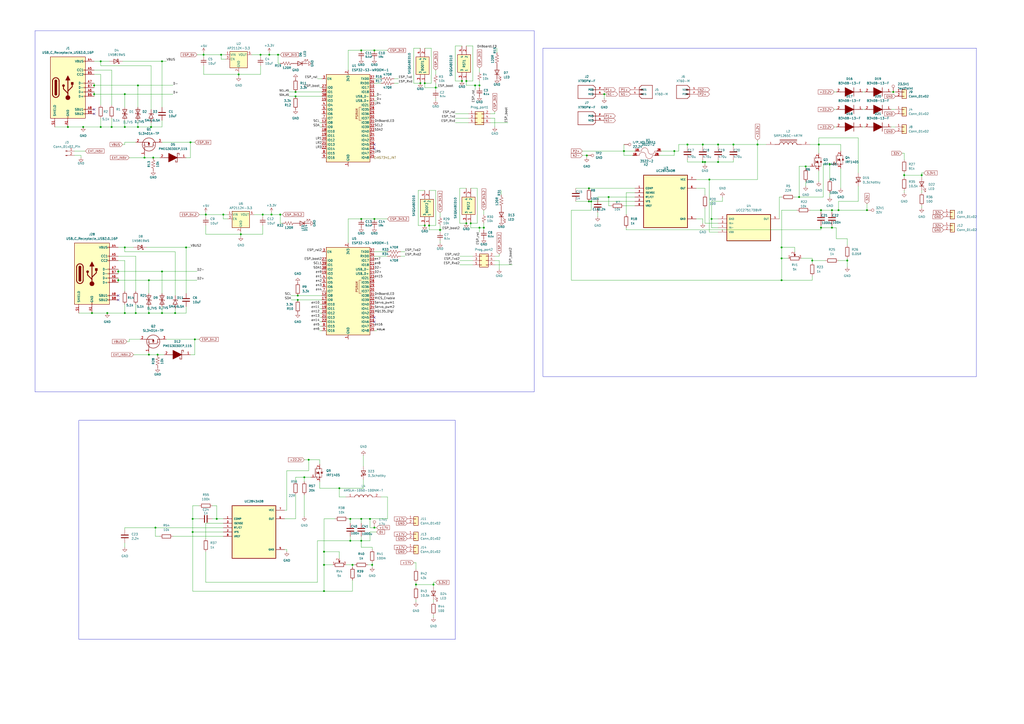
<source format=kicad_sch>
(kicad_sch (version 20250114) (generator "eeschema") (generator_version "9.0")
  (paper "A2")
  (lib_symbols
    (symbol "3522-2:3522-2" (pin_names (offset 1.016))
      (property "Reference" "X" (at -2.54 5.08 0))
      (property "Value" "3522-2" (at -2.54 -5.08 0))
      (symbol "3522-2_0_0"
        (pin passive line (at -7.62 0 0) (length 2.54) (name "~") (number "1A"))
        (pin passive line (at -7.62 0 0) (length 2.54) (name "~") (number "1B"))
        (pin passive line (at 7.62 0 180) (length 2.54) (name "~") (number "2A"))
        (pin passive line (at 7.62 0 180) (length 2.54) (name "~") (number "2B"))
      )
    )
    (symbol "AMSLA-1050-100NM-T:AMSLA-1050-100NM-T" (pin_names (hide yes))
      (property "Reference" "L" (at 16.51 6.35 0))
      (property "Value" "AMSLA-1050-100NM-T" (at 16.51 3.81 0))
      (symbol "AMSLA-1050-100NM-T_1_1"
        (pin passive line (at 0 0 0) (length 5.08) (name "1") (number "1"))
        (pin passive line (at 20.32 0 180) (length 5.08) (name "2") (number "2"))
      )
    )
    (symbol "B340B-13-F:B340B-13-F" (pin_names (hide yes))
      (property "Reference" "D" (at 11.43 5.08 0))
      (property "Value" "B340B-13-F" (at 11.43 2.54 0))
      (symbol "B340B-13-F_1_1"
        (pin passive line (at 0 0 0) (length 2.54) (name "K") (number "1"))
        (pin passive line (at 15.24 0 180) (length 2.54) (name "A") (number "2"))
      )
    )
    (symbol "Connector:Conn_01x02_Pin" (pin_names (offset 1.016) (hide yes))
      (property "Reference" "J" (at 0 2.54 0))
      (property "Value" "Conn_01x02_Pin" (at 0 -5.08 0))
      (symbol "Conn_01x02_Pin_1_1"
        (pin passive line (at 5.08 0 180) (length 3.81) (name "Pin_1") (number "1"))
        (pin passive line (at 5.08 -2.54 180) (length 3.81) (name "Pin_2") (number "2"))
      )
    )
    (symbol "Connector:TestPoint" (pin_numbers (hide yes)) (pin_names (offset 0.762) (hide yes))
      (property "Reference" "TP" (at 0 6.858 0))
      (property "Value" "TestPoint" (at 0 5.08 0))
      (symbol "TestPoint_1_1"
        (pin passive line (at 0 0 90) (length 2.54) (name "1") (number "1"))
      )
    )
    (symbol "Connector:USB_C_Receptacle_USB2.0_16P" (pin_names (offset 1.016))
      (property "Reference" "J" (at 0 22.225 0))
      (property "Value" "USB_C_Receptacle_USB2.0_16P" (at 0 19.685 0))
      (symbol "USB_C_Receptacle_USB2.0_16P_1_1"
        (pin passive line (at -7.62 -22.86 90) (length 5.08) (name "SHIELD") (number "S1"))
        (pin passive line (at 0 -22.86 90) (length 5.08) (name "GND") (number "A1"))
        (pin passive line (at 0 -22.86 90) (length 5.08) (hide yes) (name "GND") (number "A12"))
        (pin passive line (at 0 -22.86 90) (length 5.08) (hide yes) (name "GND") (number "B1"))
        (pin passive line (at 0 -22.86 90) (length 5.08) (hide yes) (name "GND") (number "B12"))
        (pin passive line (at 15.24 15.24 180) (length 5.08) (name "VBUS") (number "A4"))
        (pin passive line (at 15.24 15.24 180) (length 5.08) (hide yes) (name "VBUS") (number "A9"))
        (pin passive line (at 15.24 15.24 180) (length 5.08) (hide yes) (name "VBUS") (number "B4"))
        (pin passive line (at 15.24 15.24 180) (length 5.08) (hide yes) (name "VBUS") (number "B9"))
        (pin bidirectional line (at 15.24 10.16 180) (length 5.08) (name "CC1") (number "A5"))
        (pin bidirectional line (at 15.24 7.62 180) (length 5.08) (name "CC2") (number "B5"))
        (pin bidirectional line (at 15.24 2.54 180) (length 5.08) (name "D-") (number "A7"))
        (pin bidirectional line (at 15.24 0 180) (length 5.08) (name "D-") (number "B7"))
        (pin bidirectional line (at 15.24 -2.54 180) (length 5.08) (name "D+") (number "A6"))
        (pin bidirectional line (at 15.24 -5.08 180) (length 5.08) (name "D+") (number "B6"))
        (pin bidirectional line (at 15.24 -12.7 180) (length 5.08) (name "SBU1") (number "A8"))
        (pin bidirectional line (at 15.24 -15.24 180) (length 5.08) (name "SBU2") (number "B8"))
      )
    )
    (symbol "Connector_Generic:Conn_01x02" (pin_names (offset 1.016) (hide yes))
      (property "Reference" "J" (at 0 2.54 0))
      (property "Value" "Conn_01x02" (at 0 -5.08 0))
      (symbol "Conn_01x02_1_1"
        (pin passive line (at -5.08 0 0) (length 3.81) (name "Pin_1") (number "1"))
        (pin passive line (at -5.08 -2.54 0) (length 3.81) (name "Pin_2") (number "2"))
      )
    )
    (symbol "Connector_Generic:Conn_02x03_Odd_Even" (pin_names (offset 1.016) (hide yes))
      (property "Reference" "J" (at 1.27 5.08 0))
      (property "Value" "Conn_02x03_Odd_Even" (at 1.27 -5.08 0))
      (symbol "Conn_02x03_Odd_Even_1_1"
        (pin passive line (at -5.08 2.54 0) (length 3.81) (name "Pin_1") (number "1"))
        (pin passive line (at -5.08 0 0) (length 3.81) (name "Pin_3") (number "3"))
        (pin passive line (at -5.08 -2.54 0) (length 3.81) (name "Pin_5") (number "5"))
        (pin passive line (at 7.62 2.54 180) (length 3.81) (name "Pin_2") (number "2"))
        (pin passive line (at 7.62 0 180) (length 3.81) (name "Pin_4") (number "4"))
        (pin passive line (at 7.62 -2.54 180) (length 3.81) (name "Pin_6") (number "6"))
      )
    )
    (symbol "Device:C" (pin_numbers (hide yes)) (pin_names (offset 0.254))
      (property "Reference" "C" (at 0.635 2.54 0))
      (property "Value" "C" (at 0.635 -2.54 0))
      (symbol "C_1_1"
        (pin passive line (at 0 3.81 270) (length 2.794) (name "~") (number "1"))
        (pin passive line (at 0 -3.81 90) (length 2.794) (name "~") (number "2"))
      )
    )
    (symbol "Device:C_Small" (pin_numbers (hide yes)) (pin_names (offset 0.254) (hide yes))
      (property "Reference" "C" (at 0.254 1.778 0))
      (property "Value" "C_Small" (at 0.254 -2.032 0))
      (symbol "C_Small_1_1"
        (pin passive line (at 0 2.54 270) (length 2.032) (name "~") (number "1"))
        (pin passive line (at 0 -2.54 90) (length 2.032) (name "~") (number "2"))
      )
    )
    (symbol "Device:D_Schottky" (pin_numbers (hide yes)) (pin_names (offset 1.016) (hide yes))
      (property "Reference" "D" (at 0 2.54 0))
      (property "Value" "D_Schottky" (at 0 -2.54 0))
      (symbol "D_Schottky_1_1"
        (pin passive line (at -3.81 0 0) (length 2.54) (name "K") (number "1"))
        (pin passive line (at 3.81 0 180) (length 2.54) (name "A") (number "2"))
      )
    )
    (symbol "Device:D_TVS" (pin_numbers (hide yes)) (pin_names (offset 1.016) (hide yes))
      (property "Reference" "D" (at 0 2.54 0))
      (property "Value" "D_TVS" (at 0 -2.54 0))
      (symbol "D_TVS_1_1"
        (pin passive line (at -3.81 0 0) (length 2.54) (name "A1") (number "1"))
        (pin passive line (at 3.81 0 180) (length 2.54) (name "A2") (number "2"))
      )
    )
    (symbol "Device:LED" (pin_numbers (hide yes)) (pin_names (offset 1.016) (hide yes))
      (property "Reference" "D" (at 0 2.54 0))
      (property "Value" "LED" (at 0 -2.54 0))
      (symbol "LED_1_1"
        (pin passive line (at -3.81 0 0) (length 2.54) (name "K") (number "1"))
        (pin passive line (at 3.81 0 180) (length 2.54) (name "A") (number "2"))
      )
    )
    (symbol "Device:R" (pin_numbers (hide yes)) (pin_names (offset 0))
      (property "Reference" "R" (at 2.032 0 90))
      (property "Value" "R" (at 0 0 90))
      (symbol "R_1_1"
        (pin passive line (at 0 3.81 270) (length 1.27) (name "~") (number "1"))
        (pin passive line (at 0 -3.81 90) (length 1.27) (name "~") (number "2"))
      )
    )
    (symbol "Device:R_Potentiometer" (pin_names (offset 1.016) (hide yes))
      (property "Reference" "RV" (at -4.445 0 90))
      (property "Value" "R_Potentiometer" (at -2.54 0 90))
      (symbol "R_Potentiometer_1_1"
        (pin passive line (at 0 3.81 270) (length 1.27) (name "1") (number "1"))
        (pin passive line (at 0 -3.81 90) (length 1.27) (name "3") (number "3"))
        (pin passive line (at 3.81 0 180) (length 1.27) (name "2") (number "2"))
      )
    )
    (symbol "Device:R_US" (pin_numbers (hide yes)) (pin_names (offset 0))
      (property "Reference" "R" (at 2.54 0 90))
      (property "Value" "R_US" (at -2.54 0 90))
      (symbol "R_US_1_1"
        (pin passive line (at 0 3.81 270) (length 1.27) (name "~") (number "1"))
        (pin passive line (at 0 -3.81 90) (length 1.27) (name "~") (number "2"))
      )
    )
    (symbol "Diode:1N5819WS" (pin_numbers (hide yes)) (pin_names (offset 1.016) (hide yes))
      (property "Reference" "D" (at 0 2.54 0))
      (property "Value" "1N5819WS" (at 0 -2.54 0))
      (symbol "1N5819WS_1_1"
        (pin passive line (at -3.81 0 0) (length 2.54) (name "K") (number "1"))
        (pin passive line (at 3.81 0 180) (length 2.54) (name "A") (number "2"))
      )
    )
    (symbol "Diode:SMAJ6.5A" (pin_numbers (hide yes)) (pin_names (offset 1.016) (hide yes))
      (property "Reference" "D" (at 0 2.54 0))
      (property "Value" "SMAJ6.5A" (at 0 -2.54 0))
      (symbol "SMAJ6.5A_1_1"
        (pin passive line (at -3.81 0 0) (length 2.54) (name "A1") (number "1"))
        (pin passive line (at 3.81 0 180) (length 2.54) (name "A2") (number "2"))
      )
    )
    (symbol "GND_1" (power) (pin_numbers (hide yes)) (pin_names (offset 0) (hide yes))
      (property "Value" "GND" (at 0 -3.81 0))
      (symbol "GND_1_1_1"
        (pin power_in line (at 0 0 270) (length 0) (name "~") (number "1"))
      )
    )
    (symbol "IPB057N06N:IPB057N06N" (pin_names (offset 1.016))
      (property "Reference" "Q" (at -8.89 2.54 0))
      (property "Value" "IPB057N06N" (at -8.89 -7.62 0))
      (symbol "IPB057N06N_0_0"
        (pin passive line (at -2.54 -2.54 0) (length 2.54) (name "~") (number "1"))
        (pin passive line (at 2.54 5.08 270) (length 2.54) (name "~") (number "2"))
        (pin passive line (at 2.54 -5.08 90) (length 2.54) (name "~") (number "3"))
      )
    )
    (symbol "IRFZ44N:IRFZ44N" (pin_names (offset 1.016))
      (property "Reference" "Q" (at -8.89 2.54 0))
      (property "Value" "IRFZ44N" (at -8.89 -7.62 0))
      (symbol "IRFZ44N_0_0"
        (pin passive line (at -2.54 -2.54 0) (length 2.54) (name "~") (number "1"))
        (pin passive line (at 2.54 5.08 270) (length 2.54) (name "~") (number "2"))
        (pin passive line (at 2.54 -5.08 90) (length 2.54) (name "~") (number "3"))
      )
    )
    (symbol "PMEG3030EP_115:PMEG3030EP,115" (pin_names (hide yes))
      (property "Reference" "D" (at 12.7 8.89 0))
      (property "Value" "PMEG3030EP,115" (at 12.7 6.35 0))
      (symbol "PMEG3030EP,115_1_1"
        (pin passive line (at 2.54 0 0) (length 2.54) (name "K") (number "1"))
        (pin passive line (at 17.78 0 180) (length 2.54) (name "A") (number "2"))
      )
    )
    (symbol "RF_Module:ESP32-S3-WROOM-1"
      (property "Reference" "U" (at -12.7 26.67 0))
      (property "Value" "ESP32-S3-WROOM-1" (at 12.7 26.67 0))
      (symbol "ESP32-S3-WROOM-1_0_0"
        (text "PSRAM" (at 5.08 2.54 900) (effects (font (size 1.27 1.27))))
      )
      (symbol "ESP32-S3-WROOM-1_1_1"
        (pin input line (at -15.24 22.86 0) (length 2.54) (name "EN") (number "3"))
        (pin bidirectional line (at -15.24 17.78 0) (length 2.54) (name "IO0") (number "27"))
        (pin bidirectional line (at -15.24 15.24 0) (length 2.54) (name "IO1") (number "39"))
        (pin bidirectional line (at -15.24 12.7 0) (length 2.54) (name "IO2") (number "38"))
        (pin bidirectional line (at -15.24 10.16 0) (length 2.54) (name "IO3") (number "15"))
        (pin bidirectional line (at -15.24 7.62 0) (length 2.54) (name "IO4") (number "4"))
        (pin bidirectional line (at -15.24 5.08 0) (length 2.54) (name "IO5") (number "5"))
        (pin bidirectional line (at -15.24 2.54 0) (length 2.54) (name "IO6") (number "6"))
        (pin bidirectional line (at -15.24 0 0) (length 2.54) (name "IO7") (number "7"))
        (pin bidirectional line (at -15.24 -2.54 0) (length 2.54) (name "IO8") (number "12"))
        (pin bidirectional line (at -15.24 -5.08 0) (length 2.54) (name "IO9") (number "17"))
        (pin bidirectional line (at -15.24 -7.62 0) (length 2.54) (name "IO10") (number "18"))
        (pin bidirectional line (at -15.24 -10.16 0) (length 2.54) (name "IO11") (number "19"))
        (pin bidirectional line (at -15.24 -12.7 0) (length 2.54) (name "IO12") (number "20"))
        (pin bidirectional line (at -15.24 -15.24 0) (length 2.54) (name "IO13") (number "21"))
        (pin bidirectional line (at -15.24 -17.78 0) (length 2.54) (name "IO14") (number "22"))
        (pin bidirectional line (at -15.24 -20.32 0) (length 2.54) (name "IO15") (number "8"))
        (pin bidirectional line (at -15.24 -22.86 0) (length 2.54) (name "IO16") (number "9"))
        (pin power_in line (at 0 27.94 270) (length 2.54) (name "3V3") (number "2"))
        (pin power_in line (at 0 -27.94 90) (length 2.54) (name "GND") (number "1"))
        (pin passive line (at 0 -27.94 90) (length 2.54) (hide yes) (name "GND") (number "40"))
        (pin passive line (at 0 -27.94 90) (length 2.54) (hide yes) (name "GND") (number "41"))
        (pin bidirectional line (at 15.24 22.86 180) (length 2.54) (name "TXD0") (number "37"))
        (pin bidirectional line (at 15.24 20.32 180) (length 2.54) (name "RXD0") (number "36"))
        (pin bidirectional line (at 15.24 17.78 180) (length 2.54) (name "IO17") (number "10"))
        (pin bidirectional line (at 15.24 15.24 180) (length 2.54) (name "IO18") (number "11"))
        (pin bidirectional line (at 15.24 12.7 180) (length 2.54) (name "USB_D-") (number "13"))
        (pin bidirectional line (at 15.24 10.16 180) (length 2.54) (name "USB_D+") (number "14"))
        (pin bidirectional line (at 15.24 7.62 180) (length 2.54) (name "IO21") (number "23"))
        (pin bidirectional line (at 15.24 5.08 180) (length 2.54) (name "IO35") (number "28"))
        (pin bidirectional line (at 15.24 2.54 180) (length 2.54) (name "IO36") (number "29"))
        (pin bidirectional line (at 15.24 0 180) (length 2.54) (name "IO37") (number "30"))
        (pin bidirectional line (at 15.24 -2.54 180) (length 2.54) (name "IO38") (number "31"))
        (pin bidirectional line (at 15.24 -5.08 180) (length 2.54) (name "IO39") (number "32"))
        (pin bidirectional line (at 15.24 -7.62 180) (length 2.54) (name "IO40") (number "33"))
        (pin bidirectional line (at 15.24 -10.16 180) (length 2.54) (name "IO41") (number "34"))
        (pin bidirectional line (at 15.24 -12.7 180) (length 2.54) (name "IO42") (number "35"))
        (pin bidirectional line (at 15.24 -15.24 180) (length 2.54) (name "IO45") (number "26"))
        (pin bidirectional line (at 15.24 -17.78 180) (length 2.54) (name "IO46") (number "16"))
        (pin bidirectional line (at 15.24 -20.32 180) (length 2.54) (name "IO47") (number "24"))
        (pin bidirectional line (at 15.24 -22.86 180) (length 2.54) (name "IO48") (number "25"))
      )
    )
    (symbol "Regulator_Linear:AP2112K-3.3" (pin_names (offset 0.254))
      (property "Reference" "U" (at -5.08 5.715 0))
      (property "Value" "AP2112K-3.3" (at 0 5.715 0))
      (symbol "AP2112K-3.3_1_1"
        (pin power_in line (at -7.62 2.54 0) (length 2.54) (name "VIN") (number "1"))
        (pin input line (at -7.62 0 0) (length 2.54) (name "EN") (number "3"))
        (pin power_in line (at 0 -7.62 90) (length 2.54) (name "GND") (number "2"))
        (pin no_connect line (at 5.08 0 180) (length 2.54) (hide yes) (name "NC") (number "4"))
        (pin power_out line (at 7.62 2.54 180) (length 2.54) (name "VOUT") (number "5"))
      )
    )
    (symbol "SKQGABE010:SKQGABE010"
      (property "Reference" "S" (at 16.51 7.62 0))
      (property "Value" "SKQGABE010" (at 16.51 5.08 0))
      (symbol "SKQGABE010_1_1"
        (pin passive line (at 0 0 0) (length 5.08) (name "1") (number "1"))
        (pin passive line (at 0 -2.54 0) (length 5.08) (name "3") (number "3"))
        (pin passive line (at 20.32 0 180) (length 5.08) (name "2") (number "2"))
        (pin passive line (at 20.32 -2.54 180) (length 5.08) (name "4") (number "4"))
      )
    )
    (symbol "SL3401A-TP:SL3401A-TP" (pin_names (hide yes))
      (property "Reference" "Q" (at 11.43 3.81 0))
      (property "Value" "SL3401A-TP" (at 11.43 1.27 0))
      (symbol "SL3401A-TP_1_1"
        (pin passive line (at 0 0 0) (length 2.54) (name "G") (number "1"))
        (pin passive line (at 7.62 10.16 270) (length 2.54) (name "D") (number "3"))
        (pin passive line (at 7.62 -5.08 90) (length 2.54) (name "S") (number "2"))
      )
    )
    (symbol "SRP1265C-4R7M:SRP1265C-4R7M" (pin_names (offset 1.016))
      (property "Reference" "L" (at -5.08 7.62 0))
      (property "Value" "SRP1265C-4R7M" (at -5.08 5.08 0))
      (symbol "SRP1265C-4R7M_0_0"
        (pin passive line (at -12.7 0 0) (length 5.08) (name "~") (number "1"))
        (pin passive line (at 12.7 0 180) (length 5.08) (name "~") (number "2"))
      )
    )
    (symbol "UC2843AD8:UC2843AD8" (pin_names (offset 1.016))
      (property "Reference" "U" (at -12.7 16.24 0))
      (property "Value" "UC2843AD8" (at -12.7 -19.24 0))
      (symbol "UC2843AD8_0_0"
        (pin input line (at -17.78 7.62 0) (length 5.08) (name "COMP") (number "1"))
        (pin input line (at -17.78 5.08 0) (length 5.08) (name "ISENSE") (number "3"))
        (pin input line (at -17.78 2.54 0) (length 5.08) (name "RT/CT") (number "4"))
        (pin input line (at -17.78 0 0) (length 5.08) (name "VFS") (number "2"))
        (pin input line (at -17.78 -2.54 0) (length 5.08) (name "VREF") (number "8"))
        (pin power_in line (at 17.78 12.7 180) (length 5.08) (name "VCC") (number "7"))
        (pin output line (at 17.78 7.62 180) (length 5.08) (name "OUT") (number "6"))
        (pin power_in line (at 17.78 -10.16 180) (length 5.08) (name "GND") (number "5"))
      )
    )
    (symbol "UCC27517DBVR:UCC27517DBVR" (pin_names (offset 1.016))
      (property "Reference" "U" (at -12.7 8.62 0))
      (property "Value" "UCC27517DBVR" (at -12.7 -11.62 0))
      (symbol "UCC27517DBVR_0_0"
        (pin input line (at -17.78 5.08 0) (length 5.08) (name "GND") (number "2"))
        (pin input line (at -17.78 2.54 0) (length 5.08) (name "IN+") (number "3"))
        (pin input line (at -17.78 0 0) (length 5.08) (name "IN-") (number "4"))
        (pin input line (at -17.78 -2.54 0) (length 5.08) (name "VDD") (number "1"))
        (pin output line (at 17.78 5.08 180) (length 5.08) (name "OUT") (number "5"))
      )
    )
    (symbol "XT60-M:XT60-M" (pin_names (offset 1.016))
      (property "Reference" "J" (at 0 6.35 0))
      (property "Value" "XT60-M" (at 0 -5.08 0))
      (symbol "XT60-M_0_0"
        (pin passive line (at -5.08 2.54 0) (length 5.08) (name "POS") (number "P"))
        (pin passive line (at -5.08 0 0) (length 5.08) (name "NEG") (number "N"))
      )
    )
    (symbol "XT90PW-F:XT90PW-F" (pin_names (offset 1.016))
      (property "Reference" "J" (at -10.16 3.81 0))
      (property "Value" "XT90PW-F" (at -10.16 -7.62 0))
      (symbol "XT90PW-F_0_0"
        (pin passive line (at 5.08 0 180) (length 5.08) (name "POS") (number "P"))
        (pin passive line (at 5.08 -2.54 180) (length 5.08) (name "NEG") (number "N"))
      )
    )
    (symbol "fridgeduino-rescue:GND-power" (power) (pin_names (offset 0))
      (property "Value" "GND-power" (at 0 -3.81 0))
      (symbol "GND-power_1_1"
        (pin power_in line (at 0 0 270) (length 0) (hide yes) (name "GND") (number "1"))
      )
    )
    (symbol "fridgeduino-rescue:R_Small_US-Device" (pin_numbers (hide yes)) (pin_names (offset 0.254) (hide yes))
      (property "Reference" "R" (at 0.762 0.508 0))
      (property "Value" "R_Small_US-Device" (at 0.762 -1.016 0))
      (symbol "R_Small_US-Device_1_1"
        (pin passive line (at 0 2.54 270) (length 1.016) (name "~") (number "1"))
        (pin passive line (at 0 -2.54 90) (length 1.016) (name "~") (number "2"))
      )
    )
    (symbol "power:+3.3V" (power) (pin_numbers (hide yes)) (pin_names (offset 0) (hide yes))
      (property "Value" "+3.3V" (at 0 3.556 0))
      (symbol "+3.3V_1_1"
        (pin power_in line (at 0 0 90) (length 0) (name "~") (number "1"))
      )
    )
    (symbol "power:+5V" (power) (pin_numbers (hide yes)) (pin_names (offset 0) (hide yes))
      (property "Value" "+5V" (at 0 3.556 0))
      (symbol "+5V_1_1"
        (pin power_in line (at 0 0 90) (length 0) (name "~") (number "1"))
      )
    )
    (symbol "power:GND" (power) (pin_numbers (hide yes)) (pin_names (offset 0) (hide yes))
      (property "Value" "GND" (at 0 -3.81 0))
      (symbol "GND_1_1"
        (pin power_in line (at 0 0 270) (length 0) (name "~") (number "1"))
      )
    )
  )
  (rectangle (start 45.72 243.84) (end 264.16 370.84))
  (rectangle (start 20.32 17.78) (end 309.88 227.33))
  (rectangle (start 314.96 27.94) (end 566.42 218.44))
  (junction (at 476.25 132.08))
  (junction (at 502.92 121.92))
  (junction (at 110.49 82.55))
  (junction (at 241.3 339.09))
  (junction (at 255.27 133.35))
  (junction (at 215.9 327.66))
  (junction (at 217.17 127))
  (junction (at 341.63 116.84))
  (junction (at 179.07 266.7))
  (junction (at 86.36 205.74))
  (junction (at 353.06 114.3))
  (junction (at 171.45 55.88))
  (junction (at 53.34 181.61))
  (junction (at 80.01 73.66))
  (junction (at 39.37 73.66))
  (junction (at 350.52 54.61))
  (junction (at 280.67 132.08))
  (junction (at 156.21 31.75))
  (junction (at 138.43 43.18))
  (junction (at 342.9 116.84))
  (junction (at 251.46 339.09))
  (junction (at 93.98 35.56))
  (junction (at 243.84 48.26))
  (junction (at 534.67 101.6))
  (junction (at 128.27 31.75))
  (junction (at 411.48 104.14))
  (junction (at 267.97 46.99))
  (junction (at 111.76 300.99))
  (junction (at 482.6 132.08))
  (junction (at 172.72 171.45))
  (junction (at 118.11 31.75))
  (junction (at 439.42 83.82))
  (junction (at 467.36 96.52))
  (junction (at 90.17 306.07))
  (junction (at 152.4 124.46))
  (junction (at 453.39 162.56))
  (junction (at 139.7 135.89))
  (junction (at 83.82 91.44))
  (junction (at 416.56 93.98))
  (junction (at 72.39 143.51))
  (junction (at 246.38 130.81))
  (junction (at 481.33 95.25))
  (junction (at 58.42 35.56))
  (junction (at 341.63 109.22))
  (junction (at 64.77 73.66))
  (junction (at 248.92 130.81))
  (junction (at 86.36 162.56))
  (junction (at 91.44 205.74))
  (junction (at 111.76 308.61))
  (junction (at 86.36 181.61))
  (junction (at 196.85 283.21))
  (junction (at 217.17 29.21))
  (junction (at 209.55 313.69))
  (junction (at 491.49 151.13))
  (junction (at 474.98 83.82))
  (junction (at 129.54 124.46))
  (junction (at 471.17 151.13))
  (junction (at 93.98 157.48))
  (junction (at 270.51 129.54))
  (junction (at 273.05 129.54))
  (junction (at 93.98 181.61))
  (junction (at 113.03 196.85))
  (junction (at 246.38 48.26))
  (junction (at 161.29 31.75))
  (junction (at 125.73 300.99))
  (junction (at 87.63 73.66))
  (junction (at 62.23 181.61))
  (junction (at 176.53 276.86))
  (junction (at 162.56 124.46))
  (junction (at 453.39 143.51))
  (junction (at 398.78 83.82))
  (junction (at 361.95 87.63))
  (junction (at 187.96 342.9))
  (junction (at 72.39 54.61))
  (junction (at 476.25 121.92))
  (junction (at 58.42 73.66))
  (junction (at 453.39 149.86))
  (junction (at 72.39 73.66))
  (junction (at 209.55 300.99))
  (junction (at 72.39 181.61))
  (junction (at 416.56 83.82))
  (junction (at 524.51 101.6))
  (junction (at 412.75 127))
  (junction (at 407.67 83.82))
  (junction (at 486.41 121.92))
  (junction (at 518.16 53.34))
  (junction (at 187.96 327.66))
  (junction (at 187.96 320.04))
  (junction (at 209.55 127))
  (junction (at 68.58 162.56))
  (junction (at 48.26 73.66))
  (junction (at 157.48 124.46))
  (junction (at 252.73 50.8))
  (junction (at 278.13 49.53))
  (junction (at 172.72 173.99))
  (junction (at 78.74 181.61))
  (junction (at 278.13 132.08))
  (junction (at 151.13 31.75))
  (junction (at 482.6 121.92))
  (junction (at 203.2 313.69))
  (junction (at 391.16 87.63))
  (junction (at 407.67 93.98))
  (junction (at 101.6 181.61))
  (junction (at 68.58 157.48))
  (junction (at 107.95 143.51))
  (junction (at 88.9 91.44))
  (junction (at 340.36 90.17))
  (junction (at 171.45 53.34))
  (junction (at 425.45 83.82))
  (junction (at 119.38 124.46))
  (junction (at 275.59 49.53))
  (junction (at 270.51 46.99))
  (junction (at 217.17 306.07))
  (junction (at 80.01 49.53))
  (junction (at 463.55 114.3))
  (junction (at 214.63 300.99))
  (junction (at 204.47 327.66))
  (junction (at 203.2 300.99))
  (junction (at 408.94 93.98))
  (junction (at 54.61 49.53))
  (junction (at 54.61 54.61))
  (junction (at 209.55 29.21))
  (no_connect (at 217.17 86.36))
  (no_connect (at 54.61 66.04))
  (no_connect (at 217.17 186.69))
  (no_connect (at 68.58 173.99))
  (no_connect (at 217.17 83.82))
  (no_connect (at 54.61 63.5))
  (no_connect (at 217.17 184.15))
  (no_connect (at 68.58 171.45))
  (wire (pts (xy 407.67 129.54) (xy 407.67 127)))
  (wire (pts (xy 85.09 143.51) (xy 107.95 143.51)))
  (wire (pts (xy 217.17 29.21) (xy 209.55 29.21)))
  (wire (pts (xy 71.12 83.82) (xy 72.39 83.82)))
  (wire (pts (xy 111.76 300.99) (xy 111.76 293.37)))
  (wire (pts (xy 331.47 162.56) (xy 331.47 121.92)))
  (wire (pts (xy 72.39 181.61) (xy 78.74 181.61)))
  (wire (pts (xy 209.55 311.15) (xy 209.55 313.69)))
  (wire (pts (xy 113.03 205.74) (xy 113.03 196.85)))
  (wire (pts (xy 101.6 179.07) (xy 101.6 181.61)))
  (wire (pts (xy 382.27 90.17) (xy 391.16 90.17)))
  (wire (pts (xy 87.63 38.1) (xy 58.42 38.1)))
  (wire (pts (xy 477.52 114.3) (xy 463.55 114.3)))
  (wire (pts (xy 463.55 114.3) (xy 463.55 96.52)))
  (wire (pts (xy 119.38 337.82) (xy 184.15 337.82)))
  (wire (pts (xy 485.14 138.43) (xy 485.14 132.08)))
  (wire (pts (xy 486.41 121.92) (xy 502.92 121.92)))
  (wire (pts (xy 228.6 45.72) (xy 231.14 45.72)))
  (wire (pts (xy 54.61 48.26) (xy 54.61 49.53)))
  (wire (pts (xy 407.67 83.82) (xy 416.56 83.82)))
  (wire (pts (xy 71.12 35.56) (xy 93.98 35.56)))
  (wire (pts (xy 361.95 87.63) (xy 368.3 87.63)))
  (wire (pts (xy 334.01 109.22) (xy 341.63 109.22)))
  (wire (pts (xy 100.33 311.15) (xy 129.54 311.15)))
  (wire (pts (xy 72.39 314.96) (xy 72.39 317.5)))
  (wire (pts (xy 241.3 326.39) (xy 241.3 330.2)))
  (wire (pts (xy 90.17 306.07) (xy 129.54 306.07)))
  (wire (pts (xy 31.75 73.66) (xy 39.37 73.66)))
  (wire (pts (xy 129.54 127) (xy 129.54 124.46)))
  (wire (pts (xy 185.42 73.66) (xy 186.69 73.66)))
  (wire (pts (xy 425.45 93.98) (xy 425.45 92.71)))
  (wire (pts (xy 210.82 278.13) (xy 210.82 283.21)))
  (wire (pts (xy 176.53 287.02) (xy 176.53 299.72)))
  (wire (pts (xy 340.36 91.44) (xy 340.36 90.17)))
  (wire (pts (xy 185.42 283.21) (xy 196.85 283.21)))
  (wire (pts (xy 118.11 38.1) (xy 118.11 43.18)))
  (wire (pts (xy 214.63 306.07) (xy 217.17 306.07)))
  (wire (pts (xy 68.58 148.59) (xy 78.74 148.59)))
  (wire (pts (xy 361.95 90.17) (xy 361.95 87.63)))
  (wire (pts (xy 156.21 31.75) (xy 161.29 31.75)))
  (wire (pts (xy 264.16 26.67) (xy 267.97 26.67)))
  (wire (pts (xy 80.01 49.53) (xy 100.33 49.53)))
  (wire (pts (xy 248.92 133.35) (xy 255.27 133.35)))
  (wire (pts (xy 241.3 337.82) (xy 241.3 339.09)))
  (wire (pts (xy 534.67 110.49) (xy 534.67 111.76)))
  (wire (pts (xy 132.08 127) (xy 129.54 127)))
  (wire (pts (xy 439.42 83.82) (xy 444.5 83.82)))
  (wire (pts (xy 340.36 90.17) (xy 337.82 90.17)))
  (wire (pts (xy 411.48 134.62) (xy 411.48 104.14)))
  (wire (pts (xy 187.96 327.66) (xy 193.04 327.66)))
  (wire (pts (xy 483.87 53.34) (xy 485.14 53.34)))
  (wire (pts (xy 416.56 83.82) (xy 425.45 83.82)))
  (wire (pts (xy 453.39 143.51) (xy 453.39 149.86)))
  (wire (pts (xy 482.6 121.92) (xy 482.6 123.19)))
  (wire (pts (xy 152.4 130.81) (xy 152.4 135.89)))
  (wire (pts (xy 196.85 283.21) (xy 196.85 288.29)))
  (wire (pts (xy 111.76 342.9) (xy 111.76 308.61)))
  (wire (pts (xy 482.6 121.92) (xy 486.41 121.92)))
  (wire (pts (xy 187.96 320.04) (xy 196.85 320.04)))
  (wire (pts (xy 151.13 43.18) (xy 138.43 43.18)))
  (wire (pts (xy 474.98 80.01) (xy 474.98 83.82)))
  (wire (pts (xy 284.48 66.04) (xy 287.02 66.04)))
  (wire (pts (xy 482.6 132.08) (xy 485.14 132.08)))
  (wire (pts (xy 86.36 162.56) (xy 114.3 162.56)))
  (wire (pts (xy 172.72 173.99) (xy 186.69 173.99)))
  (wire (pts (xy 251.46 337.82) (xy 251.46 339.09)))
  (wire (pts (xy 111.76 293.37) (xy 115.57 293.37)))
  (wire (pts (xy 243.84 48.26) (xy 240.03 48.26)))
  (wire (pts (xy 416.56 127) (xy 412.75 127)))
  (wire (pts (xy 491.49 149.86) (xy 491.49 151.13)))
  (wire (pts (xy 93.98 181.61) (xy 101.6 181.61)))
  (wire (pts (xy 264.16 66.04) (xy 271.78 66.04)))
  (wire (pts (xy 93.98 35.56) (xy 96.52 35.56)))
  (wire (pts (xy 72.39 82.55) (xy 78.74 82.55)))
  (wire (pts (xy 393.7 83.82) (xy 398.78 83.82)))
  (wire (pts (xy 64.77 40.64) (xy 64.77 60.96)))
  (wire (pts (xy 72.39 83.82) (xy 72.39 82.55)))
  (wire (pts (xy 80.01 62.23) (xy 80.01 49.53)))
  (wire (pts (xy 217.17 306.07) (xy 218.44 306.07)))
  (wire (pts (xy 407.67 92.71) (xy 407.67 93.98)))
  (wire (pts (xy 408.94 93.98) (xy 408.94 95.25)))
  (wire (pts (xy 185.42 181.61) (xy 186.69 181.61)))
  (wire (pts (xy 72.39 69.85) (xy 72.39 73.66)))
  (wire (pts (xy 217.17 148.59) (xy 224.79 148.59)))
  (wire (pts (xy 467.36 96.52) (xy 467.36 97.79)))
  (wire (pts (xy 270.51 26.67) (xy 274.32 26.67)))
  (wire (pts (xy 209.55 313.69) (xy 209.55 317.5)))
  (wire (pts (xy 453.39 149.86) (xy 453.39 162.56)))
  (wire (pts (xy 535.94 100.33) (xy 534.67 100.33)))
  (wire (pts (xy 184.15 45.72) (xy 186.69 45.72)))
  (wire (pts (xy 363.22 133.35) (xy 476.25 133.35)))
  (wire (pts (xy 363.22 111.76) (xy 368.3 111.76)))
  (wire (pts (xy 217.17 191.77) (xy 218.44 191.77)))
  (wire (pts (xy 203.2 300.99) (xy 209.55 300.99)))
  (wire (pts (xy 185.42 71.12) (xy 186.69 71.12)))
  (wire (pts (xy 107.95 181.61) (xy 107.95 177.8)))
  (wire (pts (xy 43.18 87.63) (xy 49.53 87.63)))
  (wire (pts (xy 157.48 123.19) (xy 157.48 124.46)))
  (wire (pts (xy 168.91 173.99) (xy 172.72 173.99)))
  (wire (pts (xy 138.43 43.18) (xy 138.43 44.45)))
  (wire (pts (xy 481.33 95.25) (xy 482.6 95.25)))
  (wire (pts (xy 171.45 53.34) (xy 186.69 53.34)))
  (wire (pts (xy 273.05 132.08) (xy 278.13 132.08)))
  (wire (pts (xy 361.95 83.82) (xy 361.95 87.63)))
  (wire (pts (xy 523.24 88.9) (xy 524.51 88.9)))
  (wire (pts (xy 217.17 146.05) (xy 224.79 146.05)))
  (wire (pts (xy 123.19 293.37) (xy 125.73 293.37)))
  (wire (pts (xy 187.96 300.99) (xy 187.96 320.04)))
  (wire (pts (xy 58.42 73.66) (xy 64.77 73.66)))
  (wire (pts (xy 246.38 48.26) (xy 250.19 48.26)))
  (wire (pts (xy 152.4 124.46) (xy 152.4 125.73)))
  (wire (pts (xy 476.25 132.08) (xy 482.6 132.08)))
  (wire (pts (xy 497.84 107.95) (xy 497.84 116.84)))
  (wire (pts (xy 287.02 148.59) (xy 289.56 148.59)))
  (wire (pts (xy 278.13 134.62) (xy 278.13 132.08)))
  (wire (pts (xy 278.13 46.99) (xy 278.13 49.53)))
  (wire (pts (xy 497.84 116.84) (xy 486.41 116.84)))
  (wire (pts (xy 201.93 127) (xy 201.93 140.97)))
  (wire (pts (xy 217.17 127) (xy 209.55 127)))
  (wire (pts (xy 72.39 306.07) (xy 90.17 306.07)))
  (wire (pts (xy 367.03 90.17) (xy 361.95 90.17)))
  (wire (pts (xy 439.42 83.82) (xy 439.42 104.14)))
  (wire (pts (xy 151.13 31.75) (xy 146.05 31.75)))
  (wire (pts (xy 274.32 46.99) (xy 274.32 26.67)))
  (wire (pts (xy 184.15 337.82) (xy 184.15 313.69)))
  (wire (pts (xy 200.66 327.66) (xy 204.47 327.66)))
  (wire (pts (xy 331.47 121.92) (xy 342.9 121.92)))
  (wire (pts (xy 91.44 205.74) (xy 95.25 205.74)))
  (wire (pts (xy 452.12 114.3) (xy 452.12 127)))
  (wire (pts (xy 166.37 318.77) (xy 166.37 320.04)))
  (wire (pts (xy 119.38 123.19) (xy 119.38 124.46)))
  (wire (pts (xy 152.4 124.46) (xy 157.48 124.46)))
  (wire (pts (xy 176.53 266.7) (xy 179.07 266.7)))
  (wire (pts (xy 252.73 52.07) (xy 252.73 50.8)))
  (wire (pts (xy 90.17 311.15) (xy 90.17 306.07)))
  (wire (pts (xy 215.9 326.39) (xy 215.9 327.66)))
  (wire (pts (xy 45.72 181.61) (xy 53.34 181.61)))
  (wire (pts (xy 534.67 102.87) (xy 534.67 101.6)))
  (wire (pts (xy 241.3 347.98) (xy 241.3 349.25)))
  (wire (pts (xy 469.9 121.92) (xy 476.25 121.92)))
  (wire (pts (xy 491.49 142.24) (xy 491.49 138.43)))
  (wire (pts (xy 152.4 124.46) (xy 147.32 124.46)))
  (wire (pts (xy 176.53 276.86) (xy 176.53 279.4)))
  (wire (pts (xy 270.51 129.54) (xy 266.7 129.54)))
  (wire (pts (xy 408.94 109.22) (xy 408.94 113.03)))
  (wire (pts (xy 77.47 205.74) (xy 86.36 205.74)))
  (wire (pts (xy 524.51 100.33) (xy 524.51 101.6)))
  (wire (pts (xy 185.42 50.8) (xy 186.69 50.8)))
  (wire (pts (xy 354.33 119.38) (xy 353.06 119.38)))
  (wire (pts (xy 72.39 54.61) (xy 54.61 54.61)))
  (wire (pts (xy 476.25 123.19) (xy 476.25 121.92)))
  (wire (pts (xy 251.46 347.98) (xy 251.46 349.25)))
  (wire (pts (xy 119.38 124.46) (xy 129.54 124.46)))
  (wire (pts (xy 196.85 323.85) (xy 196.85 320.04)))
  (wire (pts (xy 363.22 111.76) (xy 363.22 124.46)))
  (wire (pts (xy 87.63 71.12) (xy 87.63 73.66)))
  (wire (pts (xy 54.61 53.34) (xy 54.61 54.61)))
  (wire (pts (xy 453.39 162.56) (xy 331.47 162.56)))
  (wire (pts (xy 80.01 49.53) (xy 54.61 49.53)))
  (wire (pts (xy 240.03 326.39) (xy 241.3 326.39)))
  (wire (pts (xy 288.29 27.94) (xy 288.29 30.48)))
  (wire (pts (xy 255.27 123.19) (xy 255.27 125.73)))
  (wire (pts (xy 486.41 151.13) (xy 491.49 151.13)))
  (wire (pts (xy 166.37 273.05) (xy 166.37 295.91)))
  (wire (pts (xy 534.67 101.6) (xy 524.51 101.6)))
  (wire (pts (xy 58.42 35.56) (xy 54.61 35.56)))
  (wire (pts (xy 276.86 129.54) (xy 276.86 109.22)))
  (wire (pts (xy 224.79 29.21) (xy 217.17 29.21)))
  (wire (pts (xy 474.98 99.06) (xy 474.98 105.41)))
  (wire (pts (xy 524.51 102.87) (xy 524.51 101.6)))
  (wire (pts (xy 403.86 109.22) (xy 408.94 109.22)))
  (wire (pts (xy 351.79 54.61) (xy 350.52 54.61)))
  (wire (pts (xy 412.75 132.08) (xy 412.75 127)))
  (wire (pts (xy 353.06 114.3) (xy 368.3 114.3)))
  (wire (pts (xy 129.54 124.46) (xy 132.08 124.46)))
  (wire (pts (xy 187.96 320.04) (xy 187.96 327.66)))
  (wire (pts (xy 48.26 73.66) (xy 58.42 73.66)))
  (wire (pts (xy 119.38 303.53) (xy 129.54 303.53)))
  (wire (pts (xy 78.74 181.61) (xy 86.36 181.61)))
  (wire (pts (xy 185.42 176.53) (xy 186.69 176.53)))
  (wire (pts (xy 334.01 116.84) (xy 341.63 116.84)))
  (wire (pts (xy 252.73 50.8) (xy 254 50.8)))
  (wire (pts (xy 93.98 170.18) (xy 93.98 157.48)))
  (wire (pts (xy 93.98 62.23) (xy 93.98 35.56)))
  (wire (pts (xy 474.98 80.01) (xy 497.84 80.01)))
  (wire (pts (xy 217.17 55.88) (xy 218.44 55.88)))
  (wire (pts (xy 185.42 266.7) (xy 185.42 269.24)))
  (wire (pts (xy 110.49 205.74) (xy 113.03 205.74)))
  (wire (pts (xy 287.02 153.67) (xy 297.18 153.67)))
  (wire (pts (xy 461.01 143.51) (xy 453.39 143.51)))
  (wire (pts (xy 72.39 54.61) (xy 100.33 54.61)))
  (wire (pts (xy 110.49 82.55) (xy 113.03 82.55)))
  (wire (pts (xy 462.28 121.92) (xy 453.39 121.92)))
  (wire (pts (xy 186.69 186.69) (xy 185.42 186.69)))
  (wire (pts (xy 74.93 196.85) (xy 81.28 196.85)))
  (wire (pts (xy 171.45 287.02) (xy 171.45 300.99)))
  (wire (pts (xy 266.7 148.59) (xy 274.32 148.59)))
  (wire (pts (xy 487.68 83.82) (xy 474.98 83.82)))
  (wire (pts (xy 412.75 116.84) (xy 419.1 116.84)))
  (wire (pts (xy 209.55 300.99) (xy 209.55 303.53)))
  (wire (pts (xy 64.77 73.66) (xy 72.39 73.66)))
  (wire (pts (xy 101.6 171.45) (xy 101.6 146.05)))
  (wire (pts (xy 187.96 327.66) (xy 187.96 342.9)))
  (wire (pts (xy 185.42 279.4) (xy 185.42 283.21)))
  (wire (pts (xy 500.38 53.34) (xy 501.65 53.34)))
  (wire (pts (xy 157.48 124.46) (xy 162.56 124.46)))
  (wire (pts (xy 217.17 45.72) (xy 220.98 45.72)))
  (wire (pts (xy 93.98 157.48) (xy 114.3 157.48)))
  (wire (pts (xy 203.2 311.15) (xy 203.2 313.69)))
  (wire (pts (xy 215.9 327.66) (xy 215.9 328.93)))
  (wire (pts (xy 242.57 130.81) (xy 242.57 110.49)))
  (wire (pts (xy 342.9 121.92) (xy 342.9 116.84)))
  (wire (pts (xy 251.46 356.87) (xy 251.46 358.14)))
  (wire (pts (xy 209.55 127) (xy 201.93 127)))
  (wire (pts (xy 398.78 92.71) (xy 398.78 93.98)))
  (wire (pts (xy 248.92 130.81) (xy 252.73 130.81)))
  (wire (pts (xy 119.38 130.81) (xy 119.38 135.89)))
  (wire (pts (xy 118.11 43.18) (xy 138.43 43.18)))
  (wire (pts (xy 248.92 130.81) (xy 248.92 133.35)))
  (wire (pts (xy 185.42 189.23) (xy 186.69 189.23)))
  (wire (pts (xy 290.83 110.49) (xy 290.83 113.03)))
  (wire (pts (xy 439.42 81.28) (xy 439.42 83.82)))
  (wire (pts (xy 86.36 177.8) (xy 86.36 181.61)))
  (wire (pts (xy 118.11 31.75) (xy 128.27 31.75)))
  (wire (pts (xy 151.13 31.75) (xy 151.13 33.02)))
  (wire (pts (xy 74.93 91.44) (xy 83.82 91.44)))
  (wire (pts (xy 416.56 83.82) (xy 416.56 85.09)))
  (wire (pts (xy 115.57 300.99) (xy 111.76 300.99)))
  (wire (pts (xy 350.52 57.15) (xy 350.52 54.61)))
  (wire (pts (xy 93.98 177.8) (xy 93.98 181.61)))
  (wire (pts (xy 204.47 342.9) (xy 204.47 336.55)))
  (wire (pts (xy 101.6 146.05) (xy 72.39 146.05)))
  (wire (pts (xy 491.49 151.13) (xy 491.49 154.94)))
  (wire (pts (xy 201.93 300.99) (xy 203.2 300.99)))
  (wire (pts (xy 167.64 53.34) (xy 171.45 53.34)))
  (wire (pts (xy 275.59 49.53) (xy 278.13 49.53)))
  (wire (pts (xy 482.6 130.81) (xy 482.6 132.08)))
  (wire (pts (xy 125.73 293.37) (xy 125.73 300.99)))
  (wire (pts (xy 68.58 157.48) (xy 68.58 158.75)))
  (wire (pts (xy 287.02 68.58) (xy 287.02 73.66)))
  (wire (pts (xy 252.73 58.42) (xy 252.73 57.15)))
  (wire (pts (xy 255.27 130.81) (xy 255.27 133.35)))
  (wire (pts (xy 264.16 46.99) (xy 264.16 26.67)))
  (wire (pts (xy 255.27 133.35) (xy 256.54 133.35)))
  (wire (pts (xy 179.07 266.7) (xy 179.07 273.05)))
  (wire (pts (xy 416.56 134.62) (xy 411.48 134.62)))
  (wire (pts (xy 54.61 43.18) (xy 58.42 43.18)))
  (wire (pts (xy 83.82 90.17) (xy 83.82 91.44)))
  (wire (pts (xy 264.16 71.12) (xy 271.78 71.12)))
  (wire (pts (xy 337.82 87.63) (xy 361.95 87.63)))
  (wire (pts (xy 280.67 129.54) (xy 280.67 132.08)))
  (wire (pts (xy 86.36 205.74) (xy 91.44 205.74)))
  (wire (pts (xy 398.78 83.82) (xy 398.78 85.09)))
  (wire (pts (xy 209.55 300.99) (xy 214.63 300.99)))
  (wire (pts (xy 278.13 39.37) (xy 278.13 41.91)))
  (wire (pts (xy 474.98 83.82) (xy 474.98 88.9)))
  (wire (pts (xy 54.61 49.53) (xy 54.61 50.8)))
  (wire (pts (xy 201.93 29.21) (xy 201.93 40.64)))
  (wire (pts (xy 476.25 121.92) (xy 482.6 121.92)))
  (wire (pts (xy 209.55 313.69) (xy 214.63 313.69)))
  (wire (pts (xy 187.96 342.9) (xy 204.47 342.9)))
  (wire (pts (xy 471.17 160.02) (xy 471.17 162.56)))
  (wire (pts (xy 255.27 140.97) (xy 255.27 139.7)))
  (wire (pts (xy 179.07 266.7) (xy 185.42 266.7)))
  (wire (pts (xy 101.6 181.61) (xy 107.95 181.61)))
  (wire (pts (xy 363.22 133.35) (xy 363.22 132.08)))
  (wire (pts (xy 72.39 151.13) (xy 72.39 168.91)))
  (wire (pts (xy 54.61 54.61) (xy 54.61 55.88)))
  (wire (pts (xy 266.7 151.13) (xy 274.32 151.13)))
  (wire (pts (xy 452.12 114.3) (xy 453.39 114.3)))
  (wire (pts (xy 476.25 130.81) (xy 476.25 132.08)))
  (wire (pts (xy 80.01 69.85) (xy 80.01 73.66)))
  (wire (pts (xy 264.16 68.58) (xy 271.78 68.58)))
  (wire (pts (xy 407.67 127) (xy 403.86 127)))
  (wire (pts (xy 346.71 114.3) (xy 353.06 114.3)))
  (wire (pts (xy 483.87 63.5) (xy 485.14 63.5)))
  (wire (pts (xy 287.02 68.58) (xy 284.48 68.58)))
  (wire (pts (xy 96.52 196.85) (xy 113.03 196.85)))
  (wire (pts (xy 251.46 339.09) (xy 241.3 339.09)))
  (wire (pts (xy 151.13 31.75) (xy 156.21 31.75)))
  (wire (pts (xy 92.71 311.15) (xy 90.17 311.15)))
  (wire (pts (xy 491.49 138.43) (xy 485.14 138.43)))
  (wire (pts (xy 534.67 119.38) (xy 534.67 120.65)))
  (wire (pts (xy 477.52 95.25) (xy 477.52 114.3)))
  (wire (pts (xy 483.87 73.66) (xy 485.14 73.66)))
  (wire (pts (xy 353.06 119.38) (xy 353.06 114.3)))
  (wire (pts (xy 407.67 83.82) (xy 407.67 85.09)))
  (wire (pts (xy 217.17 58.42) (xy 218.44 58.42)))
  (wire (pts (xy 72.39 62.23) (xy 72.39 54.61)))
  (wire (pts (xy 477.52 95.25) (xy 481.33 95.25)))
  (wire (pts (xy 518.16 53.34) (xy 519.43 53.34)))
  (wire (pts (xy 68.58 156.21) (xy 68.58 157.48)))
  (wire (pts (xy 246.38 48.26) (xy 246.38 50.8)))
  (wire (pts (xy 232.41 148.59) (xy 234.95 148.59)))
  (wire (pts (xy 408.94 120.65) (xy 408.94 129.54)))
  (wire (pts (xy 166.37 295.91) (xy 165.1 295.91)))
  (wire (pts (xy 289.56 147.32) (xy 289.56 148.59)))
  (wire (pts (xy 240.03 48.26) (xy 240.03 27.94)))
  (wire (pts (xy 203.2 300.99) (xy 203.2 303.53)))
  (wire (pts (xy 58.42 35.56) (xy 63.5 35.56)))
  (wire (pts (xy 114.3 31.75) (xy 118.11 31.75)))
  (wire (pts (xy 166.37 273.05) (xy 179.07 273.05)))
  (wire (pts (xy 139.7 135.89) (xy 139.7 137.16)))
  (wire (pts (xy 246.38 27.94) (xy 250.19 27.94)))
  (wire (pts (xy 68.58 161.29) (xy 68.58 162.56)))
  (wire (pts (xy 534.67 100.33) (xy 534.67 101.6)))
  (wire (pts (xy 119.38 303.53) (xy 119.38 312.42)))
  (wire (pts (xy 165.1 318.77) (xy 166.37 318.77)))
  (wire (pts (xy 129.54 308.61) (xy 111.76 308.61)))
  (wire (pts (xy 524.51 88.9) (xy 524.51 92.71)))
  (wire (pts (xy 412.75 127) (xy 412.75 116.84)))
  (wire (pts (xy 419.1 116.84) (xy 419.1 114.3)))
  (wire (pts (xy 278.13 132.08) (xy 280.67 132.08)))
  (wire (pts (xy 289.56 151.13) (xy 289.56 156.21)))
  (wire (pts (xy 398.78 83.82) (xy 407.67 83.82)))
  (wire (pts (xy 111.76 342.9) (xy 187.96 342.9)))
  (wire (pts (xy 152.4 135.89) (xy 139.7 135.89)))
  (wire (pts (xy 476.25 133.35) (xy 476.25 132.08)))
  (wire (pts (xy 215.9 317.5) (xy 215.9 318.77)))
  (wire (pts (xy 93.98 157.48) (xy 68.58 157.48)))
  (wire (pts (xy 270.51 49.53) (xy 275.59 49.53)))
  (wire (pts (xy 252.73 48.26) (xy 252.73 50.8)))
  (wire (pts (xy 209.55 29.21) (xy 201.93 29.21)))
  (wire (pts (xy 220.98 288.29) (xy 224.79 288.29)))
  (wire (pts (xy 287.02 64.77) (xy 287.02 66.04)))
  (wire (pts (xy 204.47 327.66) (xy 205.74 327.66)))
  (wire (pts (xy 196.85 283.21) (xy 210.82 283.21)))
  (wire (pts (xy 72.39 176.53) (xy 72.39 181.61)))
  (wire (pts (xy 74.93 198.12) (xy 74.93 196.85)))
  (wire (pts (xy 463.55 96.52) (xy 467.36 96.52)))
  (wire (pts (xy 54.61 40.64) (xy 64.77 40.64)))
  (wire (pts (xy 72.39 143.51) (xy 68.58 143.51)))
  (wire (pts (xy 224.79 300.99) (xy 214.63 300.99)))
  (wire (pts (xy 246.38 50.8) (xy 252.73 50.8)))
  (wire (pts (xy 185.42 179.07) (xy 186.69 179.07)))
  (wire (pts (xy 115.57 124.46) (xy 119.38 124.46)))
  (wire (pts (xy 87.63 73.66) (xy 93.98 73.66)))
  (wire (pts (xy 130.81 34.29) (xy 128.27 34.29)))
  (wire (pts (xy 93.98 73.66) (xy 93.98 69.85)))
  (wire (pts (xy 341.63 116.84) (xy 342.9 116.84)))
  (wire (pts (xy 80.01 73.66) (xy 87.63 73.66)))
  (wire (pts (xy 487.68 87.63) (xy 487.68 83.82)))
  (wire (pts (xy 107.95 91.44) (xy 110.49 91.44)))
  (wire (pts (xy 224.79 288.29) (xy 224.79 300.99)))
  (wire (pts (xy 119.38 124.46) (xy 119.38 125.73)))
  (wire (pts (xy 403.86 104.14) (xy 411.48 104.14)))
  (wire (pts (xy 194.31 300.99) (xy 187.96 300.99)))
  (wire (pts (xy 273.05 129.54) (xy 276.86 129.54)))
  (wire (pts (xy 165.1 300.99) (xy 171.45 300.99)))
  (wire (pts (xy 273.05 109.22) (xy 276.86 109.22)))
  (wire (pts (xy 497.84 80.01) (xy 497.84 100.33)))
  (wire (pts (xy 416.56 92.71) (xy 416.56 93.98)))
  (wire (pts (xy 58.42 38.1) (xy 58.42 35.56)))
  (wire (pts (xy 471.17 162.56) (xy 453.39 162.56)))
  (wire (pts (xy 471.17 151.13) (xy 471.17 152.4)))
  (wire (pts (xy 232.41 146.05) (xy 234.95 146.05)))
  (wire (pts (xy 398.78 93.98) (xy 407.67 93.98)))
  (wire (pts (xy 88.9 91.44) (xy 92.71 91.44)))
  (wire (pts (xy 471.17 149.86) (xy 471.17 151.13)))
  (wire (pts (xy 251.46 340.36) (xy 251.46 339.09)))
  (wire (pts (xy 128.27 34.29) (xy 128.27 31.75)))
  (wire (pts (xy 275.59 52.07) (xy 275.59 49.53)))
  (wire (pts (xy 162.56 31.75) (xy 161.29 31.75)))
  (wire (pts (xy 171.45 276.86) (xy 176.53 276.86)))
  (wire (pts (xy 241.3 340.36) (xy 241.3 339.09)))
  (wire (pts (xy 391.16 87.63) (xy 393.7 87.63)))
  (wire (pts (xy 393.7 87.63) (xy 393.7 83.82)))
  (wire (pts (xy 246.38 130.81) (xy 242.57 130.81)))
  (wire (pts (xy 46.99 90.17) (xy 46.99 91.44)))
  (wire (pts (xy 111.76 308.61) (xy 111.76 300.99)))
  (wire (pts (xy 464.82 149.86) (xy 471.17 149.86)))
  (wire (pts (xy 255.27 134.62) (xy 255.27 133.35)))
  (wire (pts (xy 139.7 134.62) (xy 139.7 135.89)))
  (wire (pts (xy 383.54 87.63) (xy 391.16 87.63)))
  (wire (pts (xy 161.29 36.83) (xy 162.56 36.83)))
  (wire (pts (xy 467.36 96.52) (xy 469.9 96.52)))
  (wire (pts (xy 156.21 30.48) (xy 156.21 31.75)))
  (wire (pts (xy 250.19 48.26) (xy 250.19 27.94)))
  (wire (pts (xy 273.05 129.54) (xy 273.05 132.08)))
  (wire (pts (xy 266.7 109.22) (xy 270.51 109.22)))
  (wire (pts (xy 502.92 118.11) (xy 502.92 121.92)))
  (wire (pts (xy 204.47 328.93) (xy 204.47 327.66)))
  (wire (pts (xy 53.34 181.61) (xy 62.23 181.61)))
  (wire (pts (xy 361.95 119.38) (xy 368.3 119.38)))
  (wire (pts (xy 73.66 198.12) (xy 74.93 198.12)))
  (wire (pts (xy 242.57 110.49) (xy 246.38 110.49)))
  (wire (pts (xy 416.56 93.98) (xy 425.45 93.98)))
  (wire (pts (xy 453.39 149.86) (xy 457.2 149.86)))
  (wire (pts (xy 68.58 151.13) (xy 72.39 151.13)))
  (wire (pts (xy 240.03 27.94) (xy 243.84 27.94)))
  (wire (pts (xy 113.03 196.85) (xy 115.57 196.85)))
  (wire (pts (xy 500.38 63.5) (xy 501.65 63.5)))
  (wire (pts (xy 58.42 43.18) (xy 58.42 60.96)))
  (wire (pts (xy 210.82 264.16) (xy 210.82 270.51)))
  (wire (pts (xy 162.56 124.46) (xy 162.56 129.54)))
  (wire (pts (xy 78.74 148.59) (xy 78.74 168.91)))
  (wire (pts (xy 214.63 308.61) (xy 218.44 308.61)))
  (wire (pts (xy 289.56 151.13) (xy 287.02 151.13)))
  (wire (pts (xy 516.89 63.5) (xy 519.43 63.5)))
  (wire (pts (xy 119.38 320.04) (xy 119.38 337.82)))
  (wire (pts (xy 346.71 115.57) (xy 346.71 114.3)))
  (wire (pts (xy 346.71 123.19) (xy 346.71 125.73)))
  (wire (pts (xy 252.73 130.81) (xy 252.73 110.49)))
  (wire (pts (xy 200.66 288.29) (xy 196.85 288.29)))
  (wire (pts (xy 516.89 73.66) (xy 519.43 73.66)))
  (wire (pts (xy 43.18 90.17) (xy 46.99 90.17)))
  (wire (pts (xy 481.33 111.76) (xy 481.33 114.3)))
  (wire (pts (xy 408.94 93.98) (xy 416.56 93.98)))
  (wire (pts (xy 72.39 73.66) (xy 80.01 73.66)))
  (wire (pts (xy 500.38 73.66) (xy 501.65 73.66)))
  (wire (pts (xy 481.33 95.25) (xy 481.33 104.14)))
  (wire (pts (xy 171.45 279.4) (xy 171.45 276.86)))
  (wire (pts (xy 280.67 121.92) (xy 280.67 124.46)))
  (wire (pts (xy 214.63 300.99) (xy 214.63 306.07)))
  (wire (pts (xy 163.83 124.46) (xy 162.56 124.46)))
  (wire (pts (xy 267.97 46.99) (xy 264.16 46.99)))
  (wire (pts (xy 86.36 181.61) (xy 93.98 181.61)))
  (wire (pts (xy 39.37 73.66) (xy 48.26 73.66)))
  (wire (pts (xy 453.39 121.92) (xy 453.39 143.51)))
  (wire (pts (xy 280.67 133.35) (xy 280.67 132.08)))
  (wire (pts (xy 516.89 53.34) (xy 518.16 53.34)))
  (wire (pts (xy 278.13 50.8) (xy 278.13 49.53)))
  (wire (pts (xy 123.19 300.99) (xy 125.73 300.99)))
  (wire (pts (xy 86.36 170.18) (xy 86.36 162.56)))
  (wire (pts (xy 524.51 110.49) (xy 524.51 111.76)))
  (wire (pts (xy 151.13 38.1) (xy 151.13 43.18)))
  (wire (pts (xy 469.9 83.82) (xy 474.98 83.82)))
  (wire (pts (xy 176.53 276.86) (xy 180.34 276.86)))
  (wire (pts (xy 171.45 55.88) (xy 186.69 55.88)))
  (wire (pts (xy 478.79 151.13) (xy 471.17 151.13)))
  (wire (pts (xy 185.42 191.77) (xy 186.69 191.77)))
  (wire (pts (xy 107.95 143.51) (xy 110.49 143.51)))
  (wire (pts (xy 184.15 313.69) (xy 203.2 313.69)))
  (wire (pts (xy 284.48 71.12) (xy 294.64 71.12)))
  (wire (pts (xy 487.68 97.79) (xy 487.68 109.22)))
  (wire (pts (xy 168.91 171.45) (xy 172.72 171.45)))
  (wire (pts (xy 167.64 55.88) (xy 171.45 55.88)))
  (wire (pts (xy 213.36 327.66) (xy 215.9 327.66)))
  (wire (pts (xy 72.39 146.05) (xy 72.39 143.51)))
  (wire (pts (xy 128.27 31.75) (xy 130.81 31.75)))
  (wire (pts (xy 425.45 83.82) (xy 439.42 83.82)))
  (wire (pts (xy 125.73 300.99) (xy 129.54 300.99)))
  (wire (pts (xy 416.56 132.08) (xy 412.75 132.08)))
  (wire (pts (xy 161.29 31.75) (xy 161.29 36.83)))
  (wire (pts (xy 425.45 83.82) (xy 425.45 85.09)))
  (wire (pts (xy 486.41 116.84) (xy 486.41 121.92)))
  (wire (pts (xy 461.01 114.3) (xy 463.55 114.3)))
  (wire (pts (xy 214.63 313.69) (xy 214.63 308.61)))
  (wire (pts (xy 118.11 31.75) (xy 118.11 33.02)))
  (wire (pts (xy 86.36 204.47) (xy 86.36 205.74)))
  (wire (pts (xy 270.51 46.99) (xy 274.32 46.99)))
  (wire (pts (xy 266.7 153.67) (xy 274.32 153.67)))
  (wire (pts (xy 270.51 46.99) (xy 270.51 49.53)))
  (wire (pts (xy 252.73 337.82) (xy 251.46 337.82)))
  (wire (pts (xy 228.6 48.26) (xy 231.14 48.26)))
  (wire (pts (xy 86.36 162.56) (xy 68.58 162.56)))
  (wire (pts (xy 62.23 181.61) (xy 72.39 181.61)))
  (wire (pts (xy 58.42 68.58) (xy 58.42 73.66)))
  (wire (pts (xy 185.42 184.15) (xy 186.69 184.15)))
  (wire (pts (xy 78.74 176.53) (xy 78.74 181.61)))
  (wire (pts (xy 119.38 135.89) (xy 139.7 135.89)))
  (wire (pts (xy 68.58 162.56) (xy 68.58 163.83)))
  (wire (pts (xy 408.94 129.54) (xy 416.56 129.54)))
  (wire (pts (xy 64.77 68.58) (xy 64.77 73.66)))
  (wire (pts (xy 411.48 104.14) (xy 439.42 104.14)))
  (wire (pts (xy 107.95 170.18) (xy 107.95 143.51)))
  (wire (pts (xy 83.82 91.44) (xy 88.9 91.44)))
  (wire (pts (xy 341.63 109.22) (xy 368.3 109.22)))
  (wire (pts (xy 407.67 93.98) (xy 408.94 93.98)))
  (wire (pts (xy 72.39 306.07) (xy 72.39 307.34)))
  (wire (pts (xy 461.01 146.05) (xy 461.01 143.51)))
  (wire (pts (xy 391.16 90.17) (xy 391.16 87.63)))
  (wire (pts (xy 162.56 129.54) (xy 163.83 129.54)))
  (wire (pts (xy 118.11 30.48) (xy 118.11 31.75)))
  (wire (pts (xy 209.55 317.5) (xy 215.9 317.5)))
  (wire (pts (xy 224.79 127) (xy 217.17 127)))
  (wire (pts (xy 248.92 110.49) (xy 252.73 110.49)))
  (wire (pts (xy 203.2 313.69) (xy 209.55 313.69)))
  (wire (pts (xy 138.43 41.91) (xy 138.43 43.18)))
  (wire (pts (xy 342.9 116.84) (xy 368.3 116.84)))
  (wire (pts (xy 266.7 129.54) (xy 266.7 109.22)))
  (wire (pts (xy 87.63 63.5) (xy 87.63 38.1)))
  (wire (pts (xy 72.39 143.51) (xy 77.47 143.51)))
  (wire (pts (xy 172.72 171.45) (xy 186.69 171.45)))
  (wire (pts (xy 110.49 91.44) (xy 110.49 82.55)))
  (wire (pts (xy 217.17 48.26) (xy 220.98 48.26)))
  (wire (pts (xy 467.36 105.41) (xy 467.36 107.95)))
  (wire (pts (xy 93.98 82.55) (xy 110.49 82.55)))
  (wire (pts (xy 252.73 40.64) (xy 252.73 43.18)))
  (label "SDA_AS" (at 167.64 55.88 180) (effects (font (size 1.016 1.016))))
  (label "D2-" (at 114.3 157.48 0))
  (label "en3" (at 186.69 166.37 180))
  (label "LR3" (at 186.69 86.36 180))
  (label "OnBoardLED" (at 217.17 171.45 0))
  (label "ESP_rst2" (at 186.69 146.05 180))
  (label "ESP_Txd2" (at 266.7 151.13 180))
  (label "ESP_boot" (at 294.64 71.12 90))
  (label "ESP_rst" (at 264.16 66.04 180))
  (label "en12" (at 185.42 181.61 180))
  (label "en10" (at 185.42 176.53 180))
  (label "en11" (at 185.42 179.07 180))
  (label "ESP_rst" (at 275.59 52.07 270))
  (label "SCL" (at 168.91 171.45 180))
  (label "SCL2" (at 217.17 73.66 0))
  (label "ESP_Rxd2" (at 266.7 153.67 180))
  (label "ESP_rst" (at 184.15 45.72 180))
  (label "ESP_Rxd2" (at 234.95 148.59 0))
  (label "ESP_boot2" (at 297.18 153.67 90))
  (label "SCL" (at 185.42 71.12 180))
  (label "en2" (at 186.69 163.83 180))
  (label "ESP_boot" (at 185.42 50.8 180))
  (label "D+" (at 218.44 58.42 0))
  (label "SDA" (at 185.42 73.66 180))
  (label "LR4" (at 217.17 60.96 0))
  (label "VBUS" (at 96.52 35.56 0))
  (label "D2+" (at 114.3 162.56 0))
  (label "D2-" (at 217.17 156.21 0))
  (label "MICS_A0" (at 218.44 191.77 0) (effects (font (size 0.762 0.762))))
  (label "D+" (at 100.33 54.61 0))
  (label "en6" (at 185.42 191.77 180))
  (label "SDA2" (at 217.17 76.2 0))
  (label "LR5" (at 217.17 88.9 0))
  (label "OnBoardLED" (at 288.29 27.94 180))
  (label "ESP_boot2" (at 256.54 133.35 0))
  (label "SCL_AS" (at 167.64 53.34 180) (effects (font (size 1.016 1.016))))
  (label "en4" (at 186.69 168.91 180))
  (label "ESP_Txd2" (at 234.95 146.05 0))
  (label "en7" (at 217.17 151.13 0))
  (label "en9" (at 186.69 158.75 180))
  (label "ESP_boot" (at 254 50.8 0))
  (label "ESP_Txd" (at 264.16 68.58 180))
  (label "ESP_boot2" (at 186.69 151.13 180))
  (label "SDA1" (at 186.69 156.21 180))
  (label "D2+" (at 217.17 158.75 0))
  (label "en8" (at 217.17 153.67 0))
  (label "D-" (at 218.44 55.88 0))
  (label "MQ135_Digi" (at 217.17 181.61 0))
  (label "LR1" (at 186.69 81.28 180))
  (label "MICS_Enable" (at 217.17 173.99 0))
  (label "SCL1" (at 186.69 153.67 180))
  (label "en16" (at 217.17 189.23 0))
  (label "en15" (at 217.17 161.29 0))
  (label "ESP_rst" (at 278.13 134.62 270))
  (label "en1" (at 186.69 161.29 180))
  (label "ESP_Rxd" (at 264.16 71.12 180))
  (label "Servo_pwm1" (at 217.17 176.53 0))
  (label "ESP_Txd" (at 231.14 45.72 0))
  (label "en5" (at 185.42 189.23 180))
  (label "en14" (at 185.42 186.69 180))
  (label "en13" (at 185.42 184.15 180))
  (label "VBUS2" (at 110.49 143.51 0))
  (label "OnBoardLED" (at 217.17 71.12 0))
  (label "ESP_Rxd" (at 231.14 48.26 0))
  (label "ESP_rst2" (at 266.7 148.59 180))
  (label "LR2" (at 186.69 83.82 180))
  (label "Servo_pwm2" (at 217.17 179.07 0))
  (label "SDA" (at 168.91 173.99 180))
  (label "D-" (at 100.33 49.53 0))
  (global_label "ESP_3V3" (shape input) (at 224.79 29.21 0) (property "Intersheetrefs" "${INTERSHEET_REFS}" (effects (hide yes))))
  (global_label "N2-" (shape input) (at 337.82 90.17 180) (property "Intersheetrefs" "${INTERSHEET_REFS}" (effects (hide yes))))
  (global_label "+22.2V" (shape input) (at 483.87 53.34 180) (property "Intersheetrefs" "${INTERSHEET_REFS}" (effects (hide yes))))
  (global_label "N1-" (shape output) (at 351.79 54.61 0) (property "Intersheetrefs" "${INTERSHEET_REFS}" (effects (hide yes))))
  (global_label "+22.2V" (shape input) (at 439.42 81.28 90) (property "Intersheetrefs" "${INTERSHEET_REFS}" (effects (hide yes))))
  (global_label "+17V" (shape input) (at 236.22 317.5 180) (property "Intersheetrefs" "${INTERSHEET_REFS}" (effects (hide yes))))
  (global_label "P1+" (shape output) (at 350.52 52.07 0) (property "Intersheetrefs" "${INTERSHEET_REFS}" (effects (hide yes))))
  (global_label "N1-" (shape input) (at 365.76 54.61 180) (property "Intersheetrefs" "${INTERSHEET_REFS}" (effects (hide yes))))
  (global_label "GND" (shape input) (at 236.22 320.04 180) (property "Intersheetrefs" "${INTERSHEET_REFS}" (effects (hide yes))))
  (global_label "32V" (shape input) (at 547.37 130.81 180) (property "Intersheetrefs" "${INTERSHEET_REFS}" (effects (hide yes))))
  (global_label "32V" (shape input) (at 523.24 88.9 180) (property "Intersheetrefs" "${INTERSHEET_REFS}" (effects (hide yes))))
  (global_label "GND" (shape input) (at 519.43 55.88 180) (property "Intersheetrefs" "${INTERSHEET_REFS}" (effects (hide yes))))
  (global_label "P1+" (shape output) (at 350.52 67.31 0) (property "Intersheetrefs" "${INTERSHEET_REFS}" (effects (hide yes))))
  (global_label "EXT_IN5V" (shape input) (at 49.53 87.63 0) (property "Intersheetrefs" "${INTERSHEET_REFS}" (effects (hide yes))))
  (global_label "ESP_3V3.2" (shape input) (at 280.67 121.92 90) (property "Intersheetrefs" "${INTERSHEET_REFS}" (effects (hide yes))))
  (global_label "+22.2V" (shape input) (at 176.53 266.7 180) (property "Intersheetrefs" "${INTERSHEET_REFS}" (effects (hide yes))))
  (global_label "P1+" (shape input) (at 365.76 52.07 180) (property "Intersheetrefs" "${INTERSHEET_REFS}" (effects (hide yes))))
  (global_label "VBUS" (shape input) (at 71.12 83.82 180) (property "Intersheetrefs" "${INTERSHEET_REFS}" (effects (hide yes))))
  (global_label "ESP_3V3" (shape input) (at 252.73 40.64 90) (property "Intersheetrefs" "${INTERSHEET_REFS}" (effects (hide yes))))
  (global_label "N1-" (shape output) (at 350.52 69.85 0) (property "Intersheetrefs" "${INTERSHEET_REFS}" (effects (hide yes))))
  (global_label "+22.2V" (shape input) (at 483.87 63.5 180) (property "Intersheetrefs" "${INTERSHEET_REFS}" (effects (hide yes))))
  (global_label "GND" (shape input) (at 236.22 303.53 180) (property "Intersheetrefs" "${INTERSHEET_REFS}" (effects (hide yes))))
  (global_label "+22.2V" (shape input) (at 483.87 73.66 180) (property "Intersheetrefs" "${INTERSHEET_REFS}" (effects (hide yes))))
  (global_label "+17V" (shape input) (at 236.22 309.88 180) (property "Intersheetrefs" "${INTERSHEET_REFS}" (effects (hide yes))))
  (global_label "VBUS2" (shape input) (at 73.66 198.12 180) (property "Intersheetrefs" "${INTERSHEET_REFS}" (effects (hide yes))))
  (global_label "ESP_3V3.2" (shape input) (at 224.79 127 0) (property "Intersheetrefs" "${INTERSHEET_REFS}" (effects (hide yes))))
  (global_label "ESP_3V3.2" (shape input) (at 289.56 147.32 90) (property "Intersheetrefs" "${INTERSHEET_REFS}" (effects (hide yes))))
  (global_label "ESP_5V.2" (shape input) (at 115.57 196.85 0) (property "Intersheetrefs" "${INTERSHEET_REFS}" (effects (hide yes))))
  (global_label "P2+" (shape input) (at 337.82 87.63 180) (property "Intersheetrefs" "${INTERSHEET_REFS}" (effects (hide yes))))
  (global_label "N2-" (shape output) (at 405.13 52.07 0) (property "Intersheetrefs" "${INTERSHEET_REFS}" (effects (hide yes))))
  (global_label "32V" (shape input) (at 547.37 123.19 180) (property "Intersheetrefs" "${INTERSHEET_REFS}" (effects (hide yes))))
  (global_label "+17V" (shape input) (at 236.22 300.99 180) (property "Intersheetrefs" "${INTERSHEET_REFS}" (effects (hide yes))))
  (global_label "EXT_IN5V" (shape input) (at 74.93 91.44 180) (property "Intersheetrefs" "${INTERSHEET_REFS}" (effects (hide yes))))
  (global_label "P2+" (shape output) (at 405.13 54.61 0) (property "Intersheetrefs" "${INTERSHEET_REFS}" (effects (hide yes))))
  (global_label "ESP_3V3" (shape input) (at 162.56 31.75 0) (property "Intersheetrefs" "${INTERSHEET_REFS}" (effects (hide yes))))
  (global_label "ESP_5V.2" (shape input) (at 115.57 124.46 180) (property "Intersheetrefs" "${INTERSHEET_REFS}" (effects (hide yes))))
  (global_label "ESP_3V3.2" (shape input) (at 163.83 124.46 0) (property "Intersheetrefs" "${INTERSHEET_REFS}" (effects (hide yes))))
  (global_label "ESP_5V" (shape input) (at 113.03 82.55 0) (property "Intersheetrefs" "${INTERSHEET_REFS}" (effects (hide yes))))
  (global_label "+17V" (shape input) (at 218.44 306.07 0) (property "Intersheetrefs" "${INTERSHEET_REFS}" (effects (hide yes))))
  (global_label "3.3V1" (shape input) (at 535.94 100.33 0) (property "Intersheetrefs" "${INTERSHEET_REFS}" (effects (hide yes))))
  (global_label "GND" (shape input) (at 547.37 125.73 180) (property "Intersheetrefs" "${INTERSHEET_REFS}" (effects (hide yes))))
  (global_label "32V" (shape input) (at 502.92 118.11 90) (property "Intersheetrefs" "${INTERSHEET_REFS}" (effects (hide yes))))
  (global_label "ESP_3V3" (shape input) (at 287.02 64.77 90) (property "Intersheetrefs" "${INTERSHEET_REFS}" (effects (hide yes))))
  (global_label "GND" (shape input) (at 236.22 312.42 180) (property "Intersheetrefs" "${INTERSHEET_REFS}" (effects (hide yes))))
  (global_label "ESP_3V3" (shape input) (at 278.13 39.37 90) (property "Intersheetrefs" "${INTERSHEET_REFS}" (effects (hide yes))))
  (global_label "+17V" (shape input) (at 240.03 326.39 180) (property "Intersheetrefs" "${INTERSHEET_REFS}" (effects (hide yes))))
  (global_label "ESP_5V" (shape input) (at 114.3 31.75 180) (property "Intersheetrefs" "${INTERSHEET_REFS}" (effects (hide yes))))
  (global_label "GND" (shape input) (at 519.43 76.2 180) (property "Intersheetrefs" "${INTERSHEET_REFS}" (effects (hide yes))))
  (global_label "EXT_IN5V.2" (shape input) (at 77.47 205.74 180) (property "Intersheetrefs" "${INTERSHEET_REFS}" (effects (hide yes))))
  (global_label "ESP_3V3.2" (shape input) (at 255.27 123.19 90) (property "Intersheetrefs" "${INTERSHEET_REFS}" (effects (hide yes))))
  (global_label "3.3V2" (shape input) (at 252.73 337.82 0) (property "Intersheetrefs" "${INTERSHEET_REFS}" (effects (hide yes))))
  (global_label "GND" (shape input) (at 547.37 133.35 180) (property "Intersheetrefs" "${INTERSHEET_REFS}" (effects (hide yes))))
  (global_label "GND" (shape input) (at 519.43 66.04 180) (property "Intersheetrefs" "${INTERSHEET_REFS}" (effects (hide yes))))
  (global_label "0V" (shape input) (at 218.44 308.61 0) (property "Intersheetrefs" "${INTERSHEET_REFS}" (effects (hide yes))))
  (hierarchical_label "AS7341_INT" (shape output) (at 217.17 91.44 0))
  (symbol (lib_id "Device:D_Schottky") (at 210.82 274.32 90) (unit 1)
    (property "Reference" "D23" (at 213.36 273.3674 90) (effects (justify right)))
    (property "Value" "D_Schottky" (at 213.36 275.9074 90) (effects (justify right)))
    (property "Footprint" "RURG8060-F085:TO1112P1562X470X2475-2" (effects (hide yes)))
    (property "Description" "Schottky diode" (effects (hide yes)))
  )
  (symbol (lib_id "Device:C") (at 209.55 307.34 0) (unit 1)
    (property "Reference" "C41" (at 209.804 305.308 0) (effects (justify left)))
    (property "Value" "1000u" (at 209.804 309.626 0) (effects (justify left)))
    (property "Footprint" "Capacitor_THT:C_Radial_D12.5mm_H20.0mm_P5.00mm" (effects (hide yes)))
    (property "Description" "Unpolarized capacitor" (effects (hide yes)))
  )
  (symbol (lib_id "XT90PW-F:XT90PW-F") (at 345.44 52.07 0) (unit 1)
    (property "Reference" "J2" (at 340.36 44.45 0))
    (property "Value" "XT90PW-F" (at 340.36 46.99 0))
    (property "Footprint" "XT90PW-F (1):AMASS_XT90PW-F" (effects (hide yes)))
    (property "MF" "AMASS" (effects (hide yes)))
    (property "MAXIMUM_PACKAGE_HEIGHT" "10.3 mm" (effects (hide yes)))
    (property "Package" "Package" (effects (hide yes)))
    (property "Price" "None" (effects (hide yes)))
    (property "Check_prices" "https://www.snapeda.com/parts/XT90PW-F/AMASS/view-part/?ref=eda" (effects (hide yes)))
    (property "STANDARD" "Manufacturer Recommendations" (effects (hide yes)))
    (property "PARTREV" "V00" (effects (hide yes)))
    (property "SnapEDA_Link" "https://www.snapeda.com/parts/XT90PW-F/AMASS/view-part/?ref=snap" (effects (hide yes)))
    (property "MP" "XT90PW-F" (effects (hide yes)))
    (property "Description_1" "Socket, DC supply, XT90, female, PIN:2, on PCBs, THT" (effects (hide yes)))
    (property "Availability" "Not in stock" (effects (hide yes)))
    (property "MANUFACTURER" "AMASS" (effects (hide yes)))
  )
  (symbol (lib_id "Device:R_US") (at 167.64 129.54 270) (unit 1)
    (property "Reference" "R32" (at 162.56 130.81 90))
    (property "Value" "120R" (at 167.64 132.08 90))
    (property "Footprint" "Resistor_SMD:R_0805_2012Metric" (effects (hide yes)))
    (property "Description" "Resistor, US symbol" (effects (hide yes)))
  )
  (symbol (lib_id "power:GND") (at 255.27 140.97 0) (unit 1)
    (property "Reference" "#PWR042" (effects (hide yes)))
    (property "Value" "GND" (at 255.27 144.272 0))
  )
  (symbol (lib_id "Diode:1N5819WS") (at 67.31 35.56 180) (unit 1)
    (property "Reference" "D4" (at 67.6275 29.21 0))
    (property "Value" "1N5819WS" (at 67.6275 31.75 0))
    (property "Footprint" "Diode_SMD:D_SOD-323" (effects (hide yes)))
    (property "Datasheet" "https://datasheet.lcsc.com/lcsc/2204281430_Guangdong-Hottech-1N5819WS_C191023.pdf" (effects (hide yes)))
    (property "Description" "40V 600mV@1A 1A SOD-323 Schottky Barrier Diodes, SOD-323" (effects (hide yes)))
  )
  (symbol (lib_id "Device:R_US") (at 91.44 209.55 0) (unit 1)
    (property "Reference" "R28" (at 88.9 209.55 90))
    (property "Value" "10k" (at 93.98 209.55 90))
    (property "Footprint" "Resistor_SMD:R_0805_2012Metric" (effects (hide yes)))
    (property "Description" "Resistor, US symbol" (effects (hide yes)))
  )
  (symbol (lib_id "fridgeduino-rescue:GND-power") (at 209.55 132.08 0) (unit 1)
    (property "Reference" "#PWR059" (effects (hide yes)))
    (property "Value" "GND" (at 209.55 135.382 0))
  )
  (symbol (lib_id "Device:R_Potentiometer") (at 196.85 327.66 90) (unit 1)
    (property "Reference" "RV4" (at 196.85 331.47 90))
    (property "Value" "5k" (at 196.85 334.01 90))
    (property "Footprint" "Potentiometer_THT:Potentiometer_Bourns_3296W_Vertical" (effects (hide yes)))
    (property "Description" "Potentiometer" (effects (hide yes)))
  )
  (symbol (lib_id "Device:C_Small") (at 209.55 129.54 0) (unit 1)
    (property "Reference" "C13" (at 211.8868 128.5748 0) (effects (justify left)))
    (property "Value" "0.1uF" (at 211.8868 130.683 0) (effects (font (size 0.9906 0.9906)) (justify left)))
    (property "Footprint" "Capacitor_SMD:C_0603_1608Metric" (effects (hide yes)))
  )
  (symbol (lib_id "Device:R_US") (at 228.6 146.05 90) (unit 1)
    (property "Reference" "R33" (at 223.52 144.78 90))
    (property "Value" "470R" (at 228.6 143.51 90))
    (property "Footprint" "Resistor_SMD:R_0805_2012Metric" (effects (hide yes)))
    (property "Description" "Resistor, US symbol" (effects (hide yes)))
  )
  (symbol (lib_id "Device:R") (at 78.74 172.72 0) (unit 1)
    (property "Reference" "R21" (at 81.28 171.4499 0) (effects (justify left)))
    (property "Value" "5.1k" (at 79.248 177.8 0) (effects (justify left)))
    (property "Footprint" "Resistor_SMD:R_0805_2012Metric" (effects (hide yes)))
    (property "Description" "Resistor" (effects (hide yes)))
  )
  (symbol (lib_id "fridgeduino-rescue:GND-power") (at 270.51 129.54 0) (unit 1)
    (property "Reference" "#PWR043" (effects (hide yes)))
    (property "Value" "GND" (at 270.51 132.842 0))
  )
  (symbol (lib_id "Device:R") (at 58.42 64.77 0) (unit 1)
    (property "Reference" "R2" (at 59.944 64.77 0) (effects (justify left)))
    (property "Value" "5.1k" (at 59.182 69.088 0) (effects (justify left)))
    (property "Footprint" "Resistor_SMD:R_0805_2012Metric" (effects (hide yes)))
    (property "Description" "Resistor" (effects (hide yes)))
  )
  (symbol (lib_id "power:+3.3V") (at 157.48 123.19 0) (unit 1)
    (property "Reference" "#PWR058" (effects (hide yes)))
    (property "Value" "+3.3V" (at 157.48 119.126 0))
    (property "Description" "Power symbol creates a global label with name \"+3.3V\"" (effects (hide yes)))
  )
  (symbol (lib_id "PMEG3030EP_115:PMEG3030EP,115") (at 113.03 205.74 180) (unit 1)
    (property "Reference" "D12" (at 102.87 198.12 0))
    (property "Value" "PMEG3030EP,115" (at 102.87 200.66 0))
    (property "Footprint" "footprint_PMEG3030EP:PMEG3030EP115" (effects (hide yes)))
    (property "Datasheet" "https://assets.nexperia.com/documents/data-sheet/PMEG3030EP.pdf" (effects (hide yes)))
    (property "Description" "Nexperia PMEG3030EP,115 SMT Schottky Diode, 30V 3A, 2-Pin SOD128" (effects (hide yes)))
    (property "Height" "1.1" (effects (hide yes)))
    (property "Mouser Part Number" "771-PMEG3030EP115" (effects (hide yes)))
    (property "Mouser Price/Stock" "https://www.mouser.co.uk/ProductDetail/Nexperia/PMEG3030EP115?qs=GcY6OjH1zdlqHp0DUuBPkg%3D%3D" (effects (hide yes)))
    (property "Manufacturer_Name" "Nexperia" (effects (hide yes)))
    (property "Manufacturer_Part_Number" "PMEG3030EP,115" (effects (hide yes)))
  )
  (symbol (lib_id "Device:C_Small") (at 209.55 31.75 0) (unit 1)
    (property "Reference" "C11" (at 211.8868 30.7848 0) (effects (justify left)))
    (property "Value" "0.1uF" (at 211.8868 32.893 0) (effects (font (size 0.9906 0.9906)) (justify left)))
    (property "Footprint" "Capacitor_SMD:C_0603_1608Metric" (effects (hide yes)))
  )
  (symbol (lib_id "Device:R") (at 408.94 116.84 0) (unit 1)
    (property "Reference" "R20" (at 411.48 115.5699 0) (effects (justify left)))
    (property "Value" "100" (at 411.48 118.1099 0) (effects (justify left)))
    (property "Footprint" "Resistor_SMD:R_0805_2012Metric_Pad1.20x1.40mm_HandSolder" (effects (hide yes)))
    (property "Description" "Resistor" (effects (hide yes)))
  )
  (symbol (lib_id "Device:C") (at 346.71 119.38 0) (unit 1)
    (property "Reference" "C16" (at 343.662 121.412 0) (effects (justify left)))
    (property "Value" "2.2n" (at 346.964 121.412 0) (effects (justify left)))
    (property "Footprint" "Capacitor_SMD:C_0805_2012Metric_Pad1.18x1.45mm_HandSolder" (effects (hide yes)))
    (property "Description" "Unpolarized capacitor" (effects (hide yes)))
  )
  (symbol (lib_id "Connector_Generic:Conn_01x02") (at 524.51 63.5 0) (unit 1)
    (property "Reference" "J4" (at 527.05 63.4999 0) (effects (justify left)))
    (property "Value" "Conn_01x02" (at 527.05 66.0399 0) (effects (justify left)))
    (property "Footprint" "Connector_Phoenix_GMSTB:PhoenixContact_GMSTBA_2,5_2-G-7,62_1x02_P7.62mm_Horizontal" (effects (hide yes)))
    (property "Description" "Generic connector, single row, 01x02, script generated (kicad-library-utils/schlib/autogen/connector/)" (effects (hide yes)))
  )
  (symbol (lib_id "B340B-13-F:B340B-13-F") (at 516.89 63.5 180) (unit 1)
    (property "Reference" "D20" (at 509.27 55.88 0))
    (property "Value" "B340B-13-F" (at 509.27 58.42 0))
    (property "Footprint" "KiCad:DIOM5336X250N" (effects (hide yes)))
    (property "Datasheet" "https://componentsearchengine.com/Datasheets/2/B340B-13-F.pdf" (effects (hide yes)))
    (property "Description" "Diodes Inc B340B-13-F, SMT Schottky Diode, 40V 3A, 2-Pin DO-214AA" (effects (hide yes)))
    (property "Height" "2.5" (effects (hide yes)))
    (property "Mouser Part Number" "621-B340B-F" (effects (hide yes)))
    (property "Mouser Price/Stock" "https://www.mouser.co.uk/ProductDetail/Diodes-Incorporated/B340B-13-F?qs=1Fl9bI8AFQ9v6PHyVeNfSw%3D%3D" (effects (hide yes)))
    (property "Manufacturer_Name" "Diodes Incorporated" (effects (hide yes)))
    (property "Manufacturer_Part_Number" "B340B-13-F" (effects (hide yes)))
  )
  (symbol (lib_id "fridgeduino-rescue:GND-power") (at 179.07 129.54 90) (unit 1)
    (property "Reference" "#PWR060" (effects (hide yes)))
    (property "Value" "GND" (at 182.372 129.54 0))
  )
  (symbol (lib_id "Device:R") (at 72.39 172.72 0) (unit 1)
    (property "Reference" "R14" (at 73.914 172.72 0) (effects (justify left)))
    (property "Value" "5.1k" (at 73.152 177.038 0) (effects (justify left)))
    (property "Footprint" "Resistor_SMD:R_0805_2012Metric" (effects (hide yes)))
    (property "Description" "Resistor" (effects (hide yes)))
  )
  (symbol (lib_id "fridgeduino-rescue:GND-power") (at 177.8 36.83 90) (unit 1)
    (property "Reference" "#PWR040" (effects (hide yes)))
    (property "Value" "GND" (at 181.102 36.83 0))
  )
  (symbol (lib_id "power:GND") (at 171.45 45.72 180) (unit 1)
    (property "Reference" "#PWR026" (effects (hide yes)))
    (property "Value" "GND" (at 171.45 40.64 0))
    (property "Description" "Power symbol creates a global label with name \"GND\" , ground" (effects (hide yes)))
  )
  (symbol (lib_id "Device:R") (at 491.49 146.05 0) (unit 1)
    (property "Reference" "R26" (at 494.03 144.7799 0) (effects (justify left)))
    (property "Value" "0.05R" (at 494.03 147.3199 0) (effects (justify left)))
    (property "Footprint" "Resistor_SMD:R_1206_3216Metric_Pad1.30x1.75mm_HandSolder" (effects (hide yes)))
    (property "Description" "Resistor" (effects (hide yes)))
  )
  (symbol (lib_id "SKQGABE010:SKQGABE010") (at 248.92 130.81 270) (mirror x) (unit 1)
    (property "Reference" "BOOT2" (at 247.65 120.65 0))
    (property "Value" "SKQGABE010" (at 240.03 119.38 0))
    (property "Footprint" "footprint_pushButton:SKQGAKE010" (effects (hide yes)))
    (property "Datasheet" "http://www.alps.com/prod/info/E/HTML/Tact/SurfaceMount/SKQG/SKQGABE010.html" (effects (hide yes)))
    (property "Description" "Tact switch,SMT,SPST,with stem,1.57N o/f Stem Tactile Switch, SPST-NO 50 mA 1.5mm" (effects (hide yes)))
    (property "Manufacturer_Name" "ALPS Electric" (effects (hide yes)))
    (property "Manufacturer_Part_Number" "SKQGABE010" (effects (hide yes)))
    (property "Mouser Part Number" "688-SKQGAB" (effects (hide yes)))
    (property "Mouser Price/Stock" "https://www.mouser.co.uk/ProductDetail/Alps-Alpine/SKQGABE010?qs=N5Jky1br14NGdH0AMYxewQ%3D%3D" (effects (hide yes)))
    (property "Arrow Part Number" "SKQGABE010" (effects (hide yes)))
    (property "Arrow Price/Stock" "https://www.arrow.com/en/products/skqgabe010/alps-electric?region=nac" (effects (hide yes)))
  )
  (symbol (lib_id "IPB057N06N:IPB057N06N") (at 485.14 92.71 0) (unit 1)
    (property "Reference" "Q4" (at 490.22 91.4399 0) (effects (justify left)))
    (property "Value" "IRF1405" (at 490.22 93.9799 0) (effects (justify left)))
    (property "Footprint" "IPB057N06N:TO254P1524X457-3N" (effects (hide yes)))
    (property "MF" "Infineon" (effects (hide yes)))
    (property "MAXIMUM_PACKAGE_HEIGHT" "4.57mm" (effects (hide yes)))
    (property "Package" "TO-263-3 Infineon" (effects (hide yes)))
    (property "Price" "None" (effects (hide yes)))
    (property "Check_prices" "https://www.snapeda.com/parts/IPB057N06N/Infineon/view-part/?ref=eda" (effects (hide yes)))
    (property "STANDARD" "IPC-7351B" (effects (hide yes)))
    (property "PARTREV" "2.2" (effects (hide yes)))
    (property "SnapEDA_Link" "https://www.snapeda.com/parts/IPB057N06N/Infineon/view-part/?ref=snap" (effects (hide yes)))
    (property "MP" "IPB057N06N" (effects (hide yes)))
    (property "Description_1" "N-Channel 60V 17A (Ta), 45A (Tc) 3W (Ta), 83W (Tc) Surface Mount D²PAK (TO-263AB)" (effects (hide yes)))
    (property "Availability" "In Stock" (effects (hide yes)))
    (property "MANUFACTURER" "Infineon Technologies" (effects (hide yes)))
  )
  (symbol (lib_id "B340B-13-F:B340B-13-F") (at 500.38 63.5 180) (unit 1)
    (property "Reference" "D17" (at 492.76 55.88 0))
    (property "Value" "B340B-13-F" (at 492.76 58.42 0))
    (property "Footprint" "KiCad:DIOM5336X250N" (effects (hide yes)))
    (property "Datasheet" "https://componentsearchengine.com/Datasheets/2/B340B-13-F.pdf" (effects (hide yes)))
    (property "Description" "Diodes Inc B340B-13-F, SMT Schottky Diode, 40V 3A, 2-Pin DO-214AA" (effects (hide yes)))
    (property "Height" "2.5" (effects (hide yes)))
    (property "Mouser Part Number" "621-B340B-F" (effects (hide yes)))
    (property "Mouser Price/Stock" "https://www.mouser.co.uk/ProductDetail/Diodes-Incorporated/B340B-13-F?qs=1Fl9bI8AFQ9v6PHyVeNfSw%3D%3D" (effects (hide yes)))
    (property "Manufacturer_Name" "Diodes Incorporated" (effects (hide yes)))
    (property "Manufacturer_Part_Number" "B340B-13-F" (effects (hide yes)))
  )
  (symbol (lib_id "Device:R") (at 241.3 344.17 0) (unit 1)
    (property "Reference" "R43" (at 243.84 342.8999 0) (effects (justify left)))
    (property "Value" "10.5k" (at 243.84 345.4399 0) (effects (justify left)))
    (property "Footprint" "Resistor_SMD:R_0805_2012Metric_Pad1.20x1.40mm_HandSolder" (effects (hide yes)))
    (property "Description" "Resistor" (effects (hide yes)))
  )
  (symbol (lib_name "GND_1") (lib_id "power:GND") (at 139.7 137.16 0) (unit 1)
    (property "Reference" "#PWR057" (effects (hide yes)))
    (property "Value" "GND" (at 139.7 142.24 0))
    (property "Description" "Power symbol creates a global label with name \"GND\" , ground" (effects (hide yes)))
  )
  (symbol (lib_id "power:GND") (at 72.39 317.5 0) (unit 1)
    (property "Reference" "#PWR021" (effects (hide yes)))
    (property "Value" "GND" (at 72.39 322.58 0))
    (property "Description" "Power symbol creates a global label with name \"GND\" , ground" (effects (hide yes)))
  )
  (symbol (lib_id "Diode:SMAJ6.5A") (at 101.6 175.26 270) (unit 1)
    (property "Reference" "D11" (at 102.616 172.72 90) (effects (justify left)))
    (property "Value" "SMAJ6.5A" (at 97.79 177.8 90) (effects (justify left)))
    (property "Footprint" "Diode_SMD:D_SMA" (effects (hide yes)))
    (property "Datasheet" "https://www.littelfuse.com/media?resourcetype=datasheets&itemid=75e32973-b177-4ee3-a0ff-cedaf1abdb93&filename=smaj-datasheet" (effects (hide yes)))
    (property "Description" "400W unidirectional Transient Voltage Suppressor, 6.5Vr, SMA(DO-214AC)" (effects (hide yes)))
  )
  (symbol (lib_id "Device:R") (at 172.72 167.64 0) (unit 1)
    (property "Reference" "R9" (at 175.26 166.3699 0) (effects (justify left)))
    (property "Value" "3.3k" (at 175.26 168.9099 0) (effects (justify left)))
    (property "Footprint" "Resistor_SMD:R_0805_2012Metric" (effects (hide yes)))
    (property "Description" "Resistor" (effects (hide yes)))
  )
  (symbol (lib_id "power:GND") (at 278.13 55.88 0) (unit 1)
    (property "Reference" "#PWR06" (effects (hide yes)))
    (property "Value" "GND" (at 278.13 59.182 0))
  )
  (symbol (lib_name "GND_1") (lib_id "power:GND") (at 138.43 44.45 0) (unit 1)
    (property "Reference" "#PWR08" (effects (hide yes)))
    (property "Value" "GND" (at 138.43 49.53 0))
    (property "Description" "Power symbol creates a global label with name \"GND\" , ground" (effects (hide yes)))
  )
  (symbol (lib_id "Device:R_US") (at 166.37 36.83 270) (unit 1)
    (property "Reference" "R19" (at 161.29 38.1 90))
    (property "Value" "120R" (at 166.37 39.37 90))
    (property "Footprint" "Resistor_SMD:R_0805_2012Metric" (effects (hide yes)))
    (property "Description" "Resistor, US symbol" (effects (hide yes)))
  )
  (symbol (lib_id "Device:C") (at 203.2 307.34 0) (unit 1)
    (property "Reference" "C40" (at 203.454 305.308 0) (effects (justify left)))
    (property "Value" "100n" (at 203.454 309.372 0) (effects (justify left)))
    (property "Footprint" "Capacitor_SMD:C_0805_2012Metric_Pad1.18x1.45mm_HandSolder" (effects (hide yes)))
    (property "Description" "Unpolarized capacitor" (effects (hide yes)))
  )
  (symbol (lib_id "Device:R") (at 534.67 115.57 0) (unit 1)
    (property "Reference" "R36" (at 537.21 114.2999 0) (effects (justify left)))
    (property "Value" "100" (at 537.21 116.8399 0) (effects (justify left)))
    (property "Footprint" "Resistor_SMD:R_0805_2012Metric_Pad1.20x1.40mm_HandSolder" (effects (hide yes)))
    (property "Description" "Resistor" (effects (hide yes)))
  )
  (symbol (lib_id "power:GND") (at 280.67 138.43 0) (unit 1)
    (property "Reference" "#PWR045" (effects (hide yes)))
    (property "Value" "GND" (at 280.67 141.732 0))
  )
  (symbol (lib_id "Connector_Generic:Conn_01x02") (at 241.3 317.5 0) (unit 1)
    (property "Reference" "J14" (at 243.84 317.4999 0) (effects (justify left)))
    (property "Value" "Conn_01x02" (at 243.84 320.0399 0) (effects (justify left)))
    (property "Footprint" "Connector_Phoenix_GMSTB:PhoenixContact_GMSTBA_2,5_2-G-7,62_1x02_P7.62mm_Horizontal" (effects (hide yes)))
    (property "Description" "Generic connector, single row, 01x02, script generated (kicad-library-utils/schlib/autogen/connector/)" (effects (hide yes)))
  )
  (symbol (lib_id "Device:R") (at 171.45 283.21 0) (unit 1)
    (property "Reference" "R56" (at 168.656 279.4 0) (effects (justify left)))
    (property "Value" "22R" (at 167.386 287.528 0) (effects (justify left)))
    (property "Footprint" "Resistor_SMD:R_0805_2012Metric_Pad1.20x1.40mm_HandSolder" (effects (hide yes)))
    (property "Description" "Resistor" (effects (hide yes)))
  )
  (symbol (lib_id "UC2843AD8:UC2843AD8") (at 147.32 308.61 0) (unit 1)
    (property "Reference" "U9" (effects (hide yes)))
    (property "Value" "UC2843AD8" (at 147.32 290.83 0))
    (property "Footprint" "UC2843AD8:SOIC127P599X175-8N" (effects (hide yes)))
    (property "MF" "Texas Instruments" (effects (hide yes)))
    (property "Description_1" "30-V, 1-A, 500KHz current mode PWM controller with 8.4V/7.6V UVLO 100% duty cycle 40°C to 85°C" (effects (hide yes)))
    (property "Package" "SOIC-8 Texas Instruments" (effects (hide yes)))
    (property "Price" "None" (effects (hide yes)))
    (property "SnapEDA_Link" "https://www.snapeda.com/parts/UC2843AD8/Texas+Instruments/view-part/?ref=snap" (effects (hide yes)))
    (property "MP" "UC2843AD8" (effects (hide yes)))
    (property "Availability" "In Stock" (effects (hide yes)))
    (property "Check_prices" "https://www.snapeda.com/parts/UC2843AD8/Texas+Instruments/view-part/?ref=eda" (effects (hide yes)))
  )
  (symbol (lib_id "Device:R") (at 204.47 332.74 0) (unit 1)
    (property "Reference" "R39" (at 207.01 331.4699 0) (effects (justify left)))
    (property "Value" "1k" (at 207.01 334.0099 0) (effects (justify left)))
    (property "Footprint" "Resistor_SMD:R_0805_2012Metric_Pad1.20x1.40mm_HandSolder" (effects (hide yes)))
    (property "Description" "Resistor" (effects (hide yes)))
  )
  (symbol (lib_id "PMEG3030EP_115:PMEG3030EP,115") (at 110.49 91.44 180) (unit 1)
    (property "Reference" "D5" (at 100.33 83.82 0))
    (property "Value" "PMEG3030EP,115" (at 100.33 86.36 0))
    (property "Footprint" "footprint_PMEG3030EP:PMEG3030EP115" (effects (hide yes)))
    (property "Datasheet" "https://assets.nexperia.com/documents/data-sheet/PMEG3030EP.pdf" (effects (hide yes)))
    (property "Description" "Nexperia PMEG3030EP,115 SMT Schottky Diode, 30V 3A, 2-Pin SOD128" (effects (hide yes)))
    (property "Height" "1.1" (effects (hide yes)))
    (property "Mouser Part Number" "771-PMEG3030EP115" (effects (hide yes)))
    (property "Mouser Price/Stock" "https://www.mouser.co.uk/ProductDetail/Nexperia/PMEG3030EP115?qs=GcY6OjH1zdlqHp0DUuBPkg%3D%3D" (effects (hide yes)))
    (property "Manufacturer_Name" "Nexperia" (effects (hide yes)))
    (property "Manufacturer_Part_Number" "PMEG3030EP,115" (effects (hide yes)))
  )
  (symbol (lib_id "Device:R") (at 241.3 334.01 0) (unit 1)
    (property "Reference" "R42" (at 243.84 332.7399 0) (effects (justify left)))
    (property "Value" "43k" (at 243.84 335.2799 0) (effects (justify left)))
    (property "Footprint" "Resistor_SMD:R_0805_2012Metric_Pad1.20x1.40mm_HandSolder" (effects (hide yes)))
    (property "Description" "Resistor" (effects (hide yes)))
  )
  (symbol (lib_id "Device:R_US") (at 224.79 48.26 90) (unit 1)
    (property "Reference" "R17" (at 219.71 46.99 90))
    (property "Value" "470R" (at 224.79 50.8 90))
    (property "Footprint" "Resistor_SMD:R_0805_2012Metric" (effects (hide yes)))
    (property "Description" "Resistor, US symbol" (effects (hide yes)))
  )
  (symbol (lib_id "Connector_Generic:Conn_01x02") (at 241.3 300.99 0) (unit 1)
    (property "Reference" "J11" (at 243.84 300.9899 0) (effects (justify left)))
    (property "Value" "Conn_01x02" (at 243.84 303.5299 0) (effects (justify left)))
    (property "Footprint" "Connector_Phoenix_GMSTB:PhoenixContact_GMSTBA_2,5_2-G-7,62_1x02_P7.62mm_Horizontal" (effects (hide yes)))
    (property "Description" "Generic connector, single row, 01x02, script generated (kicad-library-utils/schlib/autogen/connector/)" (effects (hide yes)))
  )
  (symbol (lib_id "Device:LED") (at 175.26 129.54 180) (unit 1)
    (property "Reference" "D14" (at 177.546 134.112 90) (effects (justify right)))
    (property "Value" "LED" (at 175.768 134.112 90) (effects (justify right)))
    (property "Footprint" "LED_SMD:LED_0603_1608Metric" (effects (hide yes)))
    (property "Description" "Light emitting diode" (effects (hide yes)))
  )
  (symbol (lib_id "Device:R") (at 341.63 113.03 0) (unit 1)
    (property "Reference" "R8" (at 342.646 110.49 0) (effects (justify left)))
    (property "Value" "100k" (at 342.646 115.316 0) (effects (justify left)))
    (property "Footprint" "Resistor_SMD:R_0805_2012Metric_Pad1.20x1.40mm_HandSolder" (effects (hide yes)))
    (property "Description" "Resistor" (effects (hide yes)))
  )
  (symbol (lib_id "Connector:USB_C_Receptacle_USB2.0_16P") (at 53.34 158.75 0) (unit 1)
    (property "Reference" "J28" (at 53.34 135.89 0))
    (property "Value" "USB_C_Receptacle_USB2.0_16P" (at 53.34 138.43 0))
    (property "Footprint" "Connector_USB:USB_C_Receptacle_HRO_TYPE-C-31-M-12" (effects (hide yes)))
    (property "Datasheet" "https://www.usb.org/sites/default/files/documents/usb_type-c.zip" (effects (hide yes)))
    (property "Description" "USB 2.0-only 16P Type-C Receptacle connector" (effects (hide yes)))
  )
  (symbol (lib_id "RF_Module:ESP32-S3-WROOM-1") (at 201.93 168.91 0) (unit 1)
    (property "Reference" "U5" (at 204.0733 138.43 0) (effects (justify left)))
    (property "Value" "ESP32-S3-WROOM-1" (at 204.0733 140.97 0) (effects (justify left)))
    (property "Footprint" "RF_Module:ESP32-S3-WROOM-1" (effects (hide yes)))
    (property "Datasheet" "https://www.espressif.com/sites/default/files/documentation/esp32-s3-wroom-1_wroom-1u_datasheet_en.pdf" (effects (hide yes)))
    (property "Description" "RF Module, ESP32-S3 SoC, Wi-Fi 802.11b/g/n, Bluetooth, BLE, 32-bit, 3.3V, onboard antenna, SMD" (effects (hide yes)))
  )
  (symbol (lib_id "Device:LED") (at 173.99 36.83 180) (unit 1)
    (property "Reference" "D6" (at 174.3074 33.02 90) (effects (justify right)))
    (property "Value" "LED" (at 176.8474 33.02 90) (effects (justify right)))
    (property "Footprint" "LED_SMD:LED_0603_1608Metric" (effects (hide yes)))
    (property "Description" "Light emitting diode" (effects (hide yes)))
  )
  (symbol (lib_id "Device:C") (at 407.67 88.9 0) (unit 1)
    (property "Reference" "C18" (at 407.67 87.122 0) (effects (justify left)))
    (property "Value" "470u" (at 407.67 90.932 0) (effects (justify left)))
    (property "Footprint" "Capacitor_THT:C_Radial_D10.0mm_H20.0mm_P5.00mm" (effects (hide yes)))
    (property "Description" "Unpolarized capacitor" (effects (hide yes)))
  )
  (symbol (lib_id "Device:C") (at 93.98 66.04 0) (unit 1)
    (property "Reference" "C1" (at 97.79 64.7699 0) (effects (justify left)))
    (property "Value" "10uF" (at 97.79 67.3099 0) (effects (justify left)))
    (property "Footprint" "Capacitor_SMD:C_0805_2012Metric" (effects (hide yes)))
    (property "Description" "Unpolarized capacitor" (effects (hide yes)))
  )
  (symbol (lib_id "Regulator_Linear:AP2112K-3.3") (at 138.43 34.29 0) (unit 1)
    (property "Reference" "U2" (at 138.43 25.4 0))
    (property "Value" "AP2112K-3.3" (at 138.43 27.94 0))
    (property "Footprint" "Package_TO_SOT_SMD:SOT-23-5" (effects (hide yes)))
    (property "Datasheet" "https://www.diodes.com/assets/Datasheets/AP2112.pdf" (effects (hide yes)))
    (property "Description" "600mA low dropout linear regulator, with enable pin, 3.8V-6V input voltage range, 3.3V fixed positive output, SOT-23-5" (effects (hide yes)))
  )
  (symbol (lib_id "Device:D_Schottky") (at 497.84 104.14 90) (unit 1)
    (property "Reference" "D15" (at 500.38 103.1874 90) (effects (justify right)))
    (property "Value" "D_Schottky" (at 500.38 105.7274 90) (effects (justify right)))
    (property "Footprint" "RURG8060-F085:TO1112P1562X470X2475-2" (effects (hide yes)))
    (property "Description" "Schottky diode" (effects (hide yes)))
  )
  (symbol (lib_id "power:GND") (at 524.51 111.76 0) (unit 1)
    (property "Reference" "#PWR017" (effects (hide yes)))
    (property "Value" "GND" (at 524.51 116.84 0))
    (property "Description" "Power symbol creates a global label with name \"GND\" , ground" (effects (hide yes)))
  )
  (symbol (lib_id "Device:R") (at 466.09 121.92 90) (unit 1)
    (property "Reference" "R22" (at 466.344 117.094 90))
    (property "Value" "10k" (at 466.09 119.634 90))
    (property "Footprint" "Resistor_SMD:R_0805_2012Metric_Pad1.20x1.40mm_HandSolder" (effects (hide yes)))
    (property "Description" "Resistor" (effects (hide yes)))
  )
  (symbol (lib_id "IRFZ44N:IRFZ44N") (at 182.88 274.32 0) (unit 1)
    (property "Reference" "Q9" (at 189.23 273.0499 0) (effects (justify left)))
    (property "Value" "IRF1405" (at 189.23 275.5899 0) (effects (justify left)))
    (property "Footprint" "IPB057N06N:TO254P1524X457-3N" (effects (hide yes)))
    (property "MF" "Infineon Technologies" (effects (hide yes)))
    (property "MAXIMUM_PACKAGE_HEIGHT" "22.86 mm" (effects (hide yes)))
    (property "Package" "TO-220-3 Infineon" (effects (hide yes)))
    (property "Price" "None" (effects (hide yes)))
    (property "Check_prices" "https://www.snapeda.com/parts/IRFZ44N/Infineon/view-part/?ref=eda" (effects (hide yes)))
    (property "STANDARD" "IPC 7351B" (effects (hide yes)))
    (property "PARTREV" "09/21/10" (effects (hide yes)))
    (property "SnapEDA_Link" "https://www.snapeda.com/parts/IRFZ44N/Infineon/view-part/?ref=snap" (effects (hide yes)))
    (property "MP" "IRFZ44N" (effects (hide yes)))
    (property "Description_1" "N-Channel 55 V 49A (Tc) 94W (Tc) Through Hole TO-220AB" (effects (hide yes)))
    (property "SNAPEDA_PN" "IRFZ44N" (effects (hide yes)))
    (property "Availability" "In Stock" (effects (hide yes)))
    (property "MANUFACTURER" "Infineon" (effects (hide yes)))
  )
  (symbol (lib_id "Connector_Generic:Conn_01x02") (at 552.45 130.81 0) (unit 1)
    (property "Reference" "J12" (at 554.99 130.8099 0) (effects (justify left)))
    (property "Value" "Conn_01x02" (at 554.99 133.3499 0) (effects (justify left)))
    (property "Footprint" "Connector_Phoenix_GMSTB:PhoenixContact_GMSTBA_2,5_2-G-7,62_1x02_P7.62mm_Horizontal" (effects (hide yes)))
    (property "Description" "Generic connector, single row, 01x02, script generated (kicad-library-utils/schlib/autogen/connector/)" (effects (hide yes)))
  )
  (symbol (lib_id "Connector:Conn_01x02_Pin") (at 38.1 87.63 0) (unit 1)
    (property "Reference" "J3" (at 38.735 82.55 0))
    (property "Value" "Conn_01x02_Pin" (at 38.735 85.09 0))
    (property "Footprint" "Connector_JST:JST_VH_B2P-VH-B_1x02_P3.96mm_Vertical" (effects (hide yes)))
    (property "Description" "Generic connector, single row, 01x02, script generated" (effects (hide yes)))
  )
  (symbol (lib_id "Device:C") (at 425.45 88.9 0) (unit 1)
    (property "Reference" "C20" (at 425.45 87.122 0) (effects (justify left)))
    (property "Value" "470u" (at 425.45 90.932 0) (effects (justify left)))
    (property "Footprint" "Capacitor_THT:C_Radial_D10.0mm_H20.0mm_P5.00mm" (effects (hide yes)))
    (property "Description" "Unpolarized capacitor" (effects (hide yes)))
  )
  (symbol (lib_id "Device:C") (at 72.39 311.15 0) (unit 1)
    (property "Reference" "C23" (at 76.2 309.8799 0) (effects (justify left)))
    (property "Value" "2.2n" (at 76.2 312.4199 0) (effects (justify left)))
    (property "Footprint" "Capacitor_SMD:C_0805_2012Metric_Pad1.18x1.45mm_HandSolder" (effects (hide yes)))
    (property "Description" "Unpolarized capacitor" (effects (hide yes)))
  )
  (symbol (lib_id "Device:R") (at 198.12 300.99 90) (unit 1)
    (property "Reference" "R38" (at 198.12 294.64 90))
    (property "Value" "10k" (at 198.12 297.18 90))
    (property "Footprint" "Resistor_SMD:R_0805_2012Metric_Pad1.20x1.40mm_HandSolder" (effects (hide yes)))
    (property "Description" "Resistor" (effects (hide yes)))
  )
  (symbol (lib_id "Device:R_US") (at 290.83 116.84 180) (unit 1)
    (property "Reference" "R31" (at 289.56 111.76 90))
    (property "Value" "120R" (at 288.29 116.84 90))
    (property "Footprint" "Resistor_SMD:R_0805_2012Metric" (effects (hide yes)))
    (property "Description" "Resistor, US symbol" (effects (hide yes)))
  )
  (symbol (lib_id "power:GND") (at 289.56 156.21 0) (mirror y) (unit 1)
    (property "Reference" "#PWR054" (effects (hide yes)))
    (property "Value" "GND" (at 289.56 160.02 0))
  )
  (symbol (lib_id "Connector_Generic:Conn_01x02") (at 552.45 123.19 0) (unit 1)
    (property "Reference" "J10" (at 554.99 123.1899 0) (effects (justify left)))
    (property "Value" "Conn_01x02" (at 554.99 125.7299 0) (effects (justify left)))
    (property "Footprint" "Connector_Phoenix_GMSTB:PhoenixContact_GMSTBA_2,5_2-G-7,62_1x02_P7.62mm_Horizontal" (effects (hide yes)))
    (property "Description" "Generic connector, single row, 01x02, script generated (kicad-library-utils/schlib/autogen/connector/)" (effects (hide yes)))
  )
  (symbol (lib_id "SKQGABE010:SKQGABE010") (at 270.51 46.99 270) (mirror x) (unit 1)
    (property "Reference" "RST1" (at 269.24 36.83 0))
    (property "Value" "SKQGABE010" (at 261.62 38.1 0))
    (property "Footprint" "footprint_pushButton:SKQGAKE010" (effects (hide yes)))
    (property "Datasheet" "http://www.alps.com/prod/info/E/HTML/Tact/SurfaceMount/SKQG/SKQGABE010.html" (effects (hide yes)))
    (property "Description" "Tact switch,SMT,SPST,with stem,1.57N o/f Stem Tactile Switch, SPST-NO 50 mA 1.5mm" (effects (hide yes)))
    (property "Manufacturer_Name" "ALPS Electric" (effects (hide yes)))
    (property "Manufacturer_Part_Number" "SKQGABE010" (effects (hide yes)))
    (property "Mouser Part Number" "688-SKQGAB" (effects (hide yes)))
    (property "Mouser Price/Stock" "https://www.mouser.co.uk/ProductDetail/Alps-Alpine/SKQGABE010?qs=N5Jky1br14NGdH0AMYxewQ%3D%3D" (effects (hide yes)))
    (property "Arrow Part Number" "SKQGABE010" (effects (hide yes)))
    (property "Arrow Price/Stock" "https://www.arrow.com/en/products/skqgabe010/alps-electric?region=nac" (effects (hide yes)))
  )
  (symbol (lib_id "SL3401A-TP:SL3401A-TP") (at 86.36 204.47 270) (mirror x) (unit 1)
    (property "Reference" "Q2" (at 88.9 189.23 90))
    (property "Value" "SL3401A-TP" (at 88.9 191.77 90))
    (property "Footprint" "footprint_SL3401ATP:SL3401ATP" (effects (hide yes)))
    (property "Datasheet" "https://www.mccsemi.com/pdf/Products/SL3401A(SOT-23-3L).pdf" (effects (hide yes)))
    (property "Description" "P-Channel 30 V 4.4A (Tj) 1.5W Surface Mount SOT-23-3L" (effects (hide yes)))
    (property "Height" "1.25" (effects (hide yes)))
    (property "Mouser Part Number" "833-SL3401A-TP" (effects (hide yes)))
    (property "Mouser Price/Stock" "https://www.mouser.co.uk/ProductDetail/Micro-Commercial-Components-MCC/SL3401A-TP?qs=P1JMDcb91o7tV1VrR7NBEQ%3D%3D" (effects (hide yes)))
    (property "Manufacturer_Name" "MCC" (effects (hide yes)))
    (property "Manufacturer_Part_Number" "SL3401A-TP" (effects (hide yes)))
  )
  (symbol (lib_id "Device:C_Small") (at 217.17 129.54 0) (unit 1)
    (property "Reference" "C14" (at 219.5068 128.5748 0) (effects (justify left)))
    (property "Value" "10u" (at 219.5068 130.683 0) (effects (font (size 0.9906 0.9906)) (justify left)))
    (property "Footprint" "Capacitor_SMD:C_0603_1608Metric" (effects (hide yes)))
  )
  (symbol (lib_id "Device:C") (at 482.6 127 0) (unit 1)
    (property "Reference" "C22" (at 482.6 124.968 0) (effects (justify left)))
    (property "Value" "100n" (at 482.854 129.032 0) (effects (justify left)))
    (property "Footprint" "Capacitor_SMD:C_0805_2012Metric_Pad1.18x1.45mm_HandSolder" (effects (hide yes)))
    (property "Description" "Unpolarized capacitor" (effects (hide yes)))
  )
  (symbol (lib_id "fridgeduino-rescue:GND-power") (at 209.55 34.29 0) (unit 1)
    (property "Reference" "#PWR038" (effects (hide yes)))
    (property "Value" "GND" (at 209.55 37.592 0))
  )
  (symbol (lib_id "Connector_Generic:Conn_02x03_Odd_Even") (at 279.4 151.13 0) (unit 1)
    (property "Reference" "Prog_port2" (at 280.67 144.78 0))
    (property "Value" "Conn_02x03_Odd_Even" (effects (hide yes)))
    (property "Footprint" "Connector_PinHeader_1.27mm:PinHeader_2x03_P1.27mm_Vertical" (effects (hide yes)))
    (property "Description" "Generic connector, double row, 02x03, odd/even pin numbering scheme (row 1 odd numbers, row 2 even numbers), script generated (kicad-library-utils/schlib/autogen/connector/)" (effects (hide yes)))
  )
  (symbol (lib_id "RF_Module:ESP32-S3-WROOM-1") (at 201.93 68.58 0) (unit 1)
    (property "Reference" "U1" (at 204.0733 38.1 0) (effects (justify left)))
    (property "Value" "ESP32-S3-WROOM-1" (at 204.0733 40.64 0) (effects (justify left)))
    (property "Footprint" "RF_Module:ESP32-S3-WROOM-1" (effects (hide yes)))
    (property "Datasheet" "https://www.espressif.com/sites/default/files/documentation/esp32-s3-wroom-1_wroom-1u_datasheet_en.pdf" (effects (hide yes)))
    (property "Description" "RF Module, ESP32-S3 SoC, Wi-Fi 802.11b/g/n, Bluetooth, BLE, 32-bit, 3.3V, onboard antenna, SMD" (effects (hide yes)))
  )
  (symbol (lib_id "Device:R") (at 471.17 156.21 0) (unit 1)
    (property "Reference" "R23" (at 473.71 154.9399 0) (effects (justify left)))
    (property "Value" "1k" (at 473.71 157.4799 0) (effects (justify left)))
    (property "Footprint" "Resistor_SMD:R_0805_2012Metric_Pad1.20x1.40mm_HandSolder" (effects (hide yes)))
    (property "Description" "Resistor" (effects (hide yes)))
  )
  (symbol (lib_id "Device:R") (at 481.33 107.95 0) (unit 1)
    (property "Reference" "R24" (at 481.33 104.14 0) (effects (justify left)))
    (property "Value" "100k" (at 481.33 111.76 0) (effects (justify left)))
    (property "Footprint" "Resistor_SMD:R_0805_2012Metric_Pad1.20x1.40mm_HandSolder" (effects (hide yes)))
    (property "Description" "Resistor" (effects (hide yes)))
  )
  (symbol (lib_id "Device:R") (at 482.6 151.13 90) (unit 1)
    (property "Reference" "R25" (at 482.6 144.78 90))
    (property "Value" "1k" (at 482.6 147.32 90))
    (property "Footprint" "Resistor_SMD:R_0805_2012Metric_Pad1.20x1.40mm_HandSolder" (effects (hide yes)))
    (property "Description" "Resistor" (effects (hide yes)))
  )
  (symbol (lib_id "Device:C") (at 476.25 127 0) (unit 1)
    (property "Reference" "C21" (at 476.25 124.968 0) (effects (justify left)))
    (property "Value" "1000u" (at 476.504 129.286 0) (effects (justify left)))
    (property "Footprint" "Capacitor_THT:C_Radial_D12.5mm_H20.0mm_P5.00mm" (effects (hide yes)))
    (property "Description" "Unpolarized capacitor" (effects (hide yes)))
  )
  (symbol (lib_id "Connector:TestPoint") (at 340.36 90.17 270) (unit 1)
    (property "Reference" "TP2" (at 345.44 88.8999 90) (effects (justify left)))
    (property "Value" "GND" (at 345.44 91.4399 90) (effects (justify left)))
    (property "Footprint" "TestPointPretty:TestPoint_Pad_D2.0mm" (effects (hide yes)))
    (property "Description" "test point" (effects (hide yes)))
  )
  (symbol (lib_id "power:GND") (at 467.36 107.95 0) (unit 1)
    (property "Reference" "#PWR012" (effects (hide yes)))
    (property "Value" "GND" (at 467.36 113.03 0))
    (property "Description" "Power symbol creates a global label with name \"GND\" , ground" (effects (hide yes)))
  )
  (symbol (lib_id "power:GND") (at 419.1 114.3 180) (unit 1)
    (property "Reference" "#PWR011" (effects (hide yes)))
    (property "Value" "GND" (at 419.1 109.22 0))
    (property "Description" "Power symbol creates a global label with name \"GND\" , ground" (effects (hide yes)))
  )
  (symbol (lib_id "Device:R") (at 524.51 96.52 0) (unit 1)
    (property "Reference" "R27" (at 527.05 95.2499 0) (effects (justify left)))
    (property "Value" "91k" (at 527.05 97.7899 0) (effects (justify left)))
    (property "Footprint" "Resistor_SMD:R_0805_2012Metric_Pad1.20x1.40mm_HandSolder" (effects (hide yes)))
    (property "Description" "Resistor" (effects (hide yes)))
  )
  (symbol (lib_id "power:GND") (at 91.44 213.36 0) (unit 1)
    (property "Reference" "#PWR050" (effects (hide yes)))
    (property "Value" "GND" (at 91.44 217.17 0))
    (property "Description" "Power symbol creates a global label with name \"GND\" , ground" (effects (hide yes)))
  )
  (symbol (lib_id "power:GND") (at 62.23 181.61 0) (unit 1)
    (property "Reference" "#PWR031" (effects (hide yes)))
    (property "Value" "GND" (at 62.23 186.69 0))
    (property "Description" "Power symbol creates a global label with name \"GND\" , ground" (effects (hide yes)))
  )
  (symbol (lib_id "power:GND") (at 491.49 154.94 0) (unit 1)
    (property "Reference" "#PWR016" (effects (hide yes)))
    (property "Value" "GND" (at 491.49 160.02 0))
    (property "Description" "Power symbol creates a global label with name \"GND\" , ground" (effects (hide yes)))
  )
  (symbol (lib_id "Device:R") (at 524.51 106.68 0) (unit 1)
    (property "Reference" "R35" (at 527.05 105.4099 0) (effects (justify left)))
    (property "Value" "10.5k" (at 527.05 107.9499 0) (effects (justify left)))
    (property "Footprint" "Resistor_SMD:R_0805_2012Metric_Pad1.20x1.40mm_HandSolder" (effects (hide yes)))
    (property "Description" "Resistor" (effects (hide yes)))
  )
  (symbol (lib_id "Device:D_TVS") (at 93.98 173.99 90) (unit 1)
    (property "Reference" "D10" (at 96.52 172.7199 90) (effects (justify right)))
    (property "Value" "D_TVS" (at 91.948 178.562 90) (effects (justify right)))
    (property "Footprint" "Diode_SMD:D_SMA" (effects (hide yes)))
    (property "Description" "Bidirectional transient-voltage-suppression diode" (effects (hide yes)))
  )
  (symbol (lib_id "Device:LED") (at 251.46 344.17 90) (unit 1)
    (property "Reference" "D24" (at 255.27 344.4874 90) (effects (justify right)))
    (property "Value" "LED" (at 255.27 347.0274 90) (effects (justify right)))
    (property "Footprint" "LED_SMD:LED_0805_2012Metric_Pad1.15x1.40mm_HandSolder" (effects (hide yes)))
    (property "Description" "Light emitting diode" (effects (hide yes)))
    (property "Sim.Pins" "1=K 2=A" (effects (hide yes)))
  )
  (symbol (lib_id "UC2843AD8:UC2843AD8") (at 386.08 116.84 0) (unit 1)
    (property "Reference" "U3" (at 386.334 97.536 0))
    (property "Value" "UC2843AD8" (at 386.08 99.06 0))
    (property "Footprint" "UC2843AD8:SOIC127P599X175-8N" (effects (hide yes)))
    (property "MF" "Texas Instruments" (effects (hide yes)))
    (property "Description_1" "30-V, 1-A, 500KHz current mode PWM controller with 8.4V/7.6V UVLO 100% duty cycle 40°C to 85°C" (effects (hide yes)))
    (property "Package" "SOIC-8 Texas Instruments" (effects (hide yes)))
    (property "Price" "None" (effects (hide yes)))
    (property "SnapEDA_Link" "https://www.snapeda.com/parts/UC2843AD8/Texas+Instruments/view-part/?ref=snap" (effects (hide yes)))
    (property "MP" "UC2843AD8" (effects (hide yes)))
    (property "Availability" "In Stock" (effects (hide yes)))
    (property "Check_prices" "https://www.snapeda.com/parts/UC2843AD8/Texas+Instruments/view-part/?ref=eda" (effects (hide yes)))
  )
  (symbol (lib_id "B340B-13-F:B340B-13-F") (at 516.89 73.66 180) (unit 1)
    (property "Reference" "D21" (at 509.27 66.04 0))
    (property "Value" "B340B-13-F" (at 509.27 68.58 0))
    (property "Footprint" "KiCad:DIOM5336X250N" (effects (hide yes)))
    (property "Datasheet" "https://componentsearchengine.com/Datasheets/2/B340B-13-F.pdf" (effects (hide yes)))
    (property "Description" "Diodes Inc B340B-13-F, SMT Schottky Diode, 40V 3A, 2-Pin DO-214AA" (effects (hide yes)))
    (property "Height" "2.5" (effects (hide yes)))
    (property "Mouser Part Number" "621-B340B-F" (effects (hide yes)))
    (property "Mouser Price/Stock" "https://www.mouser.co.uk/ProductDetail/Diodes-Incorporated/B340B-13-F?qs=1Fl9bI8AFQ9v6PHyVeNfSw%3D%3D" (effects (hide yes)))
    (property "Manufacturer_Name" "Diodes Incorporated" (effects (hide yes)))
    (property "Manufacturer_Part_Number" "B340B-13-F" (effects (hide yes)))
  )
  (symbol (lib_id "power:GND") (at 481.33 114.3 0) (unit 1)
    (property "Reference" "#PWR014" (effects (hide yes)))
    (property "Value" "GND" (at 481.33 119.38 0))
    (property "Description" "Power symbol creates a global label with name \"GND\" , ground" (effects (hide yes)))
  )
  (symbol (lib_id "Connector:TestPoint") (at 502.92 121.92 270) (unit 1)
    (property "Reference" "32V1" (at 508 120.6499 90) (effects (justify left)))
    (property "Value" "32V" (at 508 123.1899 90) (effects (justify left)))
    (property "Footprint" "TestPointPretty:TestPoint_Pad_D2.0mm" (effects (hide yes)))
    (property "Description" "test point" (effects (hide yes)))
  )
  (symbol (lib_id "Device:D_TVS") (at 72.39 66.04 90) (unit 1)
    (property "Reference" "D1" (at 74.93 64.7699 90) (effects (justify right)))
    (property "Value" "D_TVS" (at 71.374 70.866 90) (effects (justify right)))
    (property "Description" "Bidirectional transient-voltage-suppression diode" (effects (hide yes)))
  )
  (symbol (lib_id "Device:R_US") (at 288.29 34.29 180) (unit 1)
    (property "Reference" "R15" (at 287.02 29.21 90))
    (property "Value" "120R" (at 285.75 34.29 90))
    (property "Footprint" "Resistor_SMD:R_0805_2012Metric" (effects (hide yes)))
    (property "Description" "Resistor, US symbol" (effects (hide yes)))
  )
  (symbol (lib_id "fridgeduino-rescue:R_Small_US-Device") (at 255.27 128.27 0) (unit 1)
    (property "Reference" "R29" (at 256.9972 127.1016 0) (effects (justify left)))
    (property "Value" "10k" (at 256.9972 129.413 0) (effects (justify left)))
    (property "Footprint" "Resistor_SMD:R_0603_1608Metric" (effects (hide yes)))
  )
  (symbol (lib_id "Device:D_TVS") (at 80.01 66.04 90) (unit 1)
    (property "Reference" "D2" (at 82.55 64.7699 90) (effects (justify right)))
    (property "Value" "D_TVS" (at 77.978 70.612 90) (effects (justify right)))
    (property "Footprint" "Diode_SMD:D_SMA" (effects (hide yes)))
    (property "Description" "Bidirectional transient-voltage-suppression diode" (effects (hide yes)))
  )
  (symbol (lib_id "Device:R") (at 215.9 322.58 0) (unit 1)
    (property "Reference" "R41" (at 218.44 321.3099 0) (effects (justify left)))
    (property "Value" "100m" (at 218.44 323.8499 0) (effects (justify left)))
    (property "Footprint" "Resistor_SMD:R_0805_2012Metric" (effects (hide yes)))
    (property "Description" "Resistor" (effects (hide yes)))
  )
  (symbol (lib_id "Device:R") (at 251.46 353.06 0) (unit 1)
    (property "Reference" "R44" (at 254 351.7899 0) (effects (justify left)))
    (property "Value" "100" (at 254 354.3299 0) (effects (justify left)))
    (property "Footprint" "Resistor_SMD:R_0805_2012Metric_Pad1.20x1.40mm_HandSolder" (effects (hide yes)))
    (property "Description" "Resistor" (effects (hide yes)))
  )
  (symbol (lib_id "fridgeduino-rescue:R_Small_US-Device") (at 252.73 45.72 0) (unit 1)
    (property "Reference" "R3" (at 254.4572 44.5516 0) (effects (justify left)))
    (property "Value" "10k" (at 254.4572 46.863 0) (effects (justify left)))
    (property "Footprint" "Resistor_SMD:R_0603_1608Metric" (effects (hide yes)))
  )
  (symbol (lib_id "Device:R_US") (at 88.9 95.25 0) (unit 1)
    (property "Reference" "R13" (at 86.36 95.25 90))
    (property "Value" "10k" (at 91.44 95.25 90))
    (property "Footprint" "Resistor_SMD:R_0805_2012Metric" (effects (hide yes)))
    (property "Description" "Resistor, US symbol" (effects (hide yes)))
  )
  (symbol (lib_id "Device:C_Small") (at 252.73 54.61 0) (unit 1)
    (property "Reference" "C2" (at 255.0668 53.6448 0) (effects (justify left)))
    (property "Value" "0.1u" (at 255.0668 55.753 0) (effects (font (size 0.9906 0.9906)) (justify left)))
    (property "Footprint" "Capacitor_SMD:C_0603_1608Metric" (effects (hide yes)))
  )
  (symbol (lib_id "power:GND") (at 340.36 91.44 0) (unit 1)
    (property "Reference" "#PWR019" (effects (hide yes)))
    (property "Value" "GND" (at 340.36 96.52 0))
    (property "Description" "Power symbol creates a global label with name \"GND\" , ground" (effects (hide yes)))
  )
  (symbol (lib_id "Device:R") (at 171.45 59.69 180) (unit 1)
    (property "Reference" "R12" (at 168.91 60.9601 0) (effects (justify left)))
    (property "Value" "3.3k" (at 168.91 58.4201 0) (effects (justify left)))
    (property "Footprint" "Resistor_SMD:R_0805_2012Metric" (effects (hide yes)))
    (property "Description" "Resistor" (effects (hide yes)))
  )
  (symbol (lib_id "power:GND") (at 176.53 299.72 0) (unit 1)
    (property "Reference" "#PWR036" (effects (hide yes)))
    (property "Value" "GND" (at 176.53 304.8 0))
    (property "Description" "Power symbol creates a global label with name \"GND\" , ground" (effects (hide yes)))
  )
  (symbol (lib_id "Device:R") (at 96.52 311.15 90) (unit 1)
    (property "Reference" "R54" (at 96.52 304.8 90))
    (property "Value" "10k" (at 96.52 307.34 90))
    (property "Footprint" "Resistor_SMD:R_0805_2012Metric_Pad1.20x1.40mm_HandSolder" (effects (hide yes)))
    (property "Description" "Resistor" (effects (hide yes)))
  )
  (symbol (lib_id "Device:C") (at 119.38 300.99 90) (unit 1)
    (property "Reference" "C24" (at 119.38 295.656 90))
    (property "Value" "1n" (at 119.38 297.688 90))
    (property "Footprint" "Capacitor_SMD:C_0805_2012Metric_Pad1.18x1.45mm_HandSolder" (effects (hide yes)))
    (property "Description" "Unpolarized capacitor" (effects (hide yes)))
  )
  (symbol (lib_id "Device:R") (at 358.14 119.38 90) (unit 1)
    (property "Reference" "R7" (at 358.394 117.348 90))
    (property "Value" "10k" (at 358.14 121.412 90))
    (property "Footprint" "Resistor_SMD:R_0805_2012Metric_Pad1.20x1.40mm_HandSolder" (effects (hide yes)))
    (property "Description" "Resistor" (effects (hide yes)))
  )
  (symbol (lib_id "power:GND") (at 407.67 129.54 0) (unit 1)
    (property "Reference" "#PWR05" (effects (hide yes)))
    (property "Value" "GND" (at 407.67 134.62 0))
    (property "Description" "Power symbol creates a global label with name \"GND\" , ground" (effects (hide yes)))
  )
  (symbol (lib_id "power:GND") (at 210.82 264.16 180) (unit 1)
    (property "Reference" "#PWR029" (effects (hide yes)))
    (property "Value" "GND" (at 210.82 259.08 0))
    (property "Description" "Power symbol creates a global label with name \"GND\" , ground" (effects (hide yes)))
  )
  (symbol (lib_id "SKQGABE010:SKQGABE010") (at 273.05 129.54 270) (mirror x) (unit 1)
    (property "Reference" "RST2" (at 271.78 119.38 0))
    (property "Value" "SKQGABE010" (at 264.16 120.65 0))
    (property "Footprint" "footprint_pushButton:SKQGAKE010" (effects (hide yes)))
    (property "Datasheet" "http://www.alps.com/prod/info/E/HTML/Tact/SurfaceMount/SKQG/SKQGABE010.html" (effects (hide yes)))
    (property "Description" "Tact switch,SMT,SPST,with stem,1.57N o/f Stem Tactile Switch, SPST-NO 50 mA 1.5mm" (effects (hide yes)))
    (property "Manufacturer_Name" "ALPS Electric" (effects (hide yes)))
    (property "Manufacturer_Part_Number" "SKQGABE010" (effects (hide yes)))
    (property "Mouser Part Number" "688-SKQGAB" (effects (hide yes)))
    (property "Mouser Price/Stock" "https://www.mouser.co.uk/ProductDetail/Alps-Alpine/SKQGABE010?qs=N5Jky1br14NGdH0AMYxewQ%3D%3D" (effects (hide yes)))
    (property "Arrow Part Number" "SKQGABE010" (effects (hide yes)))
    (property "Arrow Price/Stock" "https://www.arrow.com/en/products/skqgabe010/alps-electric?region=nac" (effects (hide yes)))
  )
  (symbol (lib_id "power:GND") (at 171.45 63.5 0) (unit 1)
    (property "Reference" "#PWR027" (effects (hide yes)))
    (property "Value" "GND" (at 171.45 68.58 0))
    (property "Description" "Power symbol creates a global label with name \"GND\" , ground" (effects (hide yes)))
  )
  (symbol (lib_id "power:GND") (at 534.67 120.65 0) (unit 1)
    (property "Reference" "#PWR018" (effects (hide yes)))
    (property "Value" "GND" (at 534.67 125.73 0))
    (property "Description" "Power symbol creates a global label with name \"GND\" , ground" (effects (hide yes)))
  )
  (symbol (lib_id "XT90PW-F:XT90PW-F") (at 345.44 67.31 0) (unit 1)
    (property "Reference" "J7" (at 340.36 59.69 0))
    (property "Value" "XT90PW-F" (at 340.36 62.23 0))
    (property "Footprint" "XT90PW-F (1):AMASS_XT90PW-F" (effects (hide yes)))
    (property "MF" "AMASS" (effects (hide yes)))
    (property "MAXIMUM_PACKAGE_HEIGHT" "10.3 mm" (effects (hide yes)))
    (property "Package" "Package" (effects (hide yes)))
    (property "Price" "None" (effects (hide yes)))
    (property "Check_prices" "https://www.snapeda.com/parts/XT90PW-F/AMASS/view-part/?ref=eda" (effects (hide yes)))
    (property "STANDARD" "Manufacturer Recommendations" (effects (hide yes)))
    (property "PARTREV" "V00" (effects (hide yes)))
    (property "SnapEDA_Link" "https://www.snapeda.com/parts/XT90PW-F/AMASS/view-part/?ref=snap" (effects (hide yes)))
    (property "MP" "XT90PW-F" (effects (hide yes)))
    (property "Description_1" "Socket, DC supply, XT90, female, PIN:2, on PCBs, THT" (effects (hide yes)))
    (property "Availability" "Not in stock" (effects (hide yes)))
    (property "MANUFACTURER" "AMASS" (effects (hide yes)))
  )
  (symbol (lib_id "Device:C_Small") (at 280.67 135.89 0) (unit 1)
    (property "Reference" "C8" (at 283.0068 134.9248 0) (effects (justify left)))
    (property "Value" "0.1u" (at 283.0068 137.033 0) (effects (font (size 0.9906 0.9906)) (justify left)))
    (property "Footprint" "Capacitor_SMD:C_0603_1608Metric" (effects (hide yes)))
  )
  (symbol (lib_id "Device:C_Small") (at 217.17 31.75 0) (unit 1)
    (property "Reference" "C10" (at 219.5068 30.7848 0) (effects (justify left)))
    (property "Value" "10u" (at 219.5068 32.893 0) (effects (font (size 0.9906 0.9906)) (justify left)))
    (property "Footprint" "Capacitor_SMD:C_0603_1608Metric" (effects (hide yes)))
  )
  (symbol (lib_id "B340B-13-F:B340B-13-F") (at 500.38 53.34 180) (unit 1)
    (property "Reference" "D16" (at 492.76 45.72 0))
    (property "Value" "B340B-13-F" (at 492.76 48.26 0))
    (property "Footprint" "KiCad:DIOM5336X250N" (effects (hide yes)))
    (property "Datasheet" "https://componentsearchengine.com/Datasheets/2/B340B-13-F.pdf" (effects (hide yes)))
    (property "Description" "Diodes Inc B340B-13-F, SMT Schottky Diode, 40V 3A, 2-Pin DO-214AA" (effects (hide yes)))
    (property "Height" "2.5" (effects (hide yes)))
    (property "Mouser Part Number" "621-B340B-F" (effects (hide yes)))
    (property "Mouser Price/Stock" "https://www.mouser.co.uk/ProductDetail/Diodes-Incorporated/B340B-13-F?qs=1Fl9bI8AFQ9v6PHyVeNfSw%3D%3D" (effects (hide yes)))
    (property "Manufacturer_Name" "Diodes Incorporated" (effects (hide yes)))
    (property "Manufacturer_Part_Number" "B340B-13-F" (effects (hide yes)))
  )
  (symbol (lib_id "XT60-M:XT60-M") (at 370.84 54.61 0) (unit 1)
    (property "Reference" "J5" (at 379.73 52.0699 0) (effects (justify left)))
    (property "Value" "XT60-M" (at 379.73 54.6099 0) (effects (justify left)))
    (property "Footprint" "XT60-M:AMASS_XT60-M" (effects (hide yes)))
    (property "MF" "AMASS" (effects (hide yes)))
    (property "MAXIMUM_PACKAGE_HEIGHT" "16.00 mm" (effects (hide yes)))
    (property "Package" "Package" (effects (hide yes)))
    (property "Price" "None" (effects (hide yes)))
    (property "Check_prices" "https://www.snapeda.com/parts/XT60-M/AMASS/view-part/?ref=eda" (effects (hide yes)))
    (property "STANDARD" "IPC 7351B" (effects (hide yes)))
    (property "PARTREV" "V1.2" (effects (hide yes)))
    (property "SnapEDA_Link" "https://www.snapeda.com/parts/XT60-M/AMASS/view-part/?ref=snap" (effects (hide yes)))
    (property "MP" "XT60-M" (effects (hide yes)))
    (property "Description_1" "Plug; DC supply; XT60; male; PIN: 2; for cable; soldered; 30A; 500V" (effects (hide yes)))
    (property "Availability" "Not in stock" (effects (hide yes)))
    (property "MANUFACTURER" "AMASS" (effects (hide yes)))
  )
  (symbol (lib_id "Device:C") (at 334.01 113.03 0) (unit 1)
    (property "Reference" "C15" (at 334.01 111.252 0) (effects (justify left)))
    (property "Value" "1n" (at 334.01 115.062 0) (effects (justify left)))
    (property "Footprint" "Capacitor_SMD:C_0805_2012Metric_Pad1.18x1.45mm_HandSolder" (effects (hide yes)))
    (property "Description" "Unpolarized capacitor" (effects (hide yes)))
  )
  (symbol (lib_id "fridgeduino-rescue:GND-power") (at 290.83 128.27 0) (unit 1)
    (property "Reference" "#PWR055" (effects (hide yes)))
    (property "Value" "GND" (at 290.83 131.572 0))
  )
  (symbol (lib_id "power:+3.3V") (at 156.21 30.48 0) (unit 1)
    (property "Reference" "#PWR010" (effects (hide yes)))
    (property "Value" "+3.3V" (at 156.21 26.416 0))
    (property "Description" "Power symbol creates a global label with name \"+3.3V\"" (effects (hide yes)))
  )
  (symbol (lib_id "Device:C") (at 416.56 88.9 0) (unit 1)
    (property "Reference" "C19" (at 416.56 87.122 0) (effects (justify left)))
    (property "Value" "470u" (at 416.56 90.932 0) (effects (justify left)))
    (property "Footprint" "Capacitor_THT:C_Radial_D10.0mm_H20.0mm_P5.00mm" (effects (hide yes)))
    (property "Description" "Unpolarized capacitor" (effects (hide yes)))
  )
  (symbol (lib_id "Device:R") (at 363.22 128.27 0) (unit 1)
    (property "Reference" "R18" (at 365.76 126.9999 0) (effects (justify left)))
    (property "Value" "1k" (at 365.76 129.5399 0) (effects (justify left)))
    (property "Footprint" "Resistor_SMD:R_0805_2012Metric_Pad1.20x1.40mm_HandSolder" (effects (hide yes)))
    (property "Description" "Resistor" (effects (hide yes)))
  )
  (symbol (lib_id "Device:D_TVS") (at 86.36 173.99 90) (unit 1)
    (property "Reference" "D9" (at 88.9 172.7199 90) (effects (justify right)))
    (property "Value" "D_TVS" (at 85.344 178.816 90) (effects (justify right)))
    (property "Description" "Bidirectional transient-voltage-suppression diode" (effects (hide yes)))
  )
  (symbol (lib_id "power:GND") (at 408.94 95.25 0) (unit 1)
    (property "Reference" "#PWR07" (effects (hide yes)))
    (property "Value" "GND" (at 408.94 99.06 0))
    (property "Description" "Power symbol creates a global label with name \"GND\" , ground" (effects (hide yes)))
  )
  (symbol (lib_id "Device:R") (at 64.77 64.77 0) (unit 1)
    (property "Reference" "R1" (at 67.31 63.4999 0) (effects (justify left)))
    (property "Value" "5.1k" (at 65.278 69.85 0) (effects (justify left)))
    (property "Footprint" "Resistor_SMD:R_0805_2012Metric" (effects (hide yes)))
    (property "Description" "Resistor" (effects (hide yes)))
  )
  (symbol (lib_id "power:GND") (at 287.02 73.66 0) (mirror y) (unit 1)
    (property "Reference" "#PWR044" (effects (hide yes)))
    (property "Value" "GND" (at 287.02 77.47 0))
  )
  (symbol (lib_id "Device:R") (at 467.36 101.6 0) (unit 1)
    (property "Reference" "R6" (at 467.36 98.298 0) (effects (justify left)))
    (property "Value" "100k" (at 467.36 105.41 0) (effects (justify left)))
    (property "Footprint" "Resistor_SMD:R_0805_2012Metric_Pad1.20x1.40mm_HandSolder" (effects (hide yes)))
    (property "Description" "Resistor" (effects (hide yes)))
  )
  (symbol (lib_id "power:GND") (at 252.73 58.42 0) (unit 1)
    (property "Reference" "#PWR03" (effects (hide yes)))
    (property "Value" "GND" (at 252.73 61.722 0))
  )
  (symbol (lib_id "power:GND") (at 166.37 320.04 0) (unit 1)
    (property "Reference" "#PWR022" (effects (hide yes)))
    (property "Value" "GND" (at 166.37 325.12 0))
    (property "Description" "Power symbol creates a global label with name \"GND\" , ground" (effects (hide yes)))
  )
  (symbol (lib_id "Connector_Generic:Conn_01x02") (at 524.51 53.34 0) (unit 1)
    (property "Reference" "J9" (at 527.05 53.3399 0) (effects (justify left)))
    (property "Value" "Conn_01x02" (at 527.05 55.8799 0) (effects (justify left)))
    (property "Footprint" "Connector_Phoenix_GMSTB:PhoenixContact_GMSTBA_2,5_2-G-7,62_1x02_P7.62mm_Horizontal" (effects (hide yes)))
    (property "Description" "Generic connector, single row, 01x02, script generated (kicad-library-utils/schlib/autogen/connector/)" (effects (hide yes)))
  )
  (symbol (lib_id "power:GND") (at 251.46 358.14 0) (unit 1)
    (property "Reference" "#PWR034" (effects (hide yes)))
    (property "Value" "GND" (at 251.46 363.22 0))
    (property "Description" "Power symbol creates a global label with name \"GND\" , ground" (effects (hide yes)))
  )
  (symbol (lib_id "SKQGABE010:SKQGABE010") (at 246.38 48.26 270) (mirror x) (unit 1)
    (property "Reference" "BOOT1" (at 245.11 38.1 0))
    (property "Value" "SKQGABE010" (at 237.49 36.83 0))
    (property "Footprint" "footprint_pushButton:SKQGAKE010" (effects (hide yes)))
    (property "Datasheet" "http://www.alps.com/prod/info/E/HTML/Tact/SurfaceMount/SKQG/SKQGABE010.html" (effects (hide yes)))
    (property "Description" "Tact switch,SMT,SPST,with stem,1.57N o/f Stem Tactile Switch, SPST-NO 50 mA 1.5mm" (effects (hide yes)))
    (property "Manufacturer_Name" "ALPS Electric" (effects (hide yes)))
    (property "Manufacturer_Part_Number" "SKQGABE010" (effects (hide yes)))
    (property "Mouser Part Number" "688-SKQGAB" (effects (hide yes)))
    (property "Mouser Price/Stock" "https://www.mouser.co.uk/ProductDetail/Alps-Alpine/SKQGABE010?qs=N5Jky1br14NGdH0AMYxewQ%3D%3D" (effects (hide yes)))
    (property "Arrow Part Number" "SKQGABE010" (effects (hide yes)))
    (property "Arrow Price/Stock" "https://www.arrow.com/en/products/skqgabe010/alps-electric?region=nac" (effects (hide yes)))
  )
  (symbol (lib_id "power:GND") (at 350.52 57.15 0) (unit 1)
    (property "Reference" "#PWR032" (effects (hide yes)))
    (property "Value" "GND" (at 350.52 62.23 0))
    (property "Description" "Power symbol creates a global label with name \"GND\" , ground" (effects (hide yes)))
  )
  (symbol (lib_id "3522-2:3522-2") (at 375.92 87.63 0) (unit 1)
    (property "Reference" "X1" (at 375.92 81.28 0))
    (property "Value" "3522-2" (at 375.92 83.82 0))
    (property "Footprint" "3522-2:FUSE_3522-2" (effects (hide yes)))
    (property "MF" "Keystone Electronics" (effects (hide yes)))
    (property "MAXIMUM_PACKAGE_HEIGHT" "6.73mm" (effects (hide yes)))
    (property "Package" "None" (effects (hide yes)))
    (property "Price" "None" (effects (hide yes)))
    (property "Check_prices" "https://www.snapeda.com/parts/3522-2/Keystone/view-part/?ref=eda" (effects (hide yes)))
    (property "STANDARD" "Manufacturer Recommendations" (effects (hide yes)))
    (property "PARTREV" "J" (effects (hide yes)))
    (property "SnapEDA_Link" "https://www.snapeda.com/parts/3522-2/Keystone/view-part/?ref=snap" (effects (hide yes)))
    (property "MP" "3522-2" (effects (hide yes)))
    (property "Description_1" "Fuse Holder, Auto Blade, THM, Vertical, 1 Cell, Fuse Size Std., 20 A | Keystone Electronics 3522-2" (effects (hide yes)))
    (property "SNAPEDA_PN" "3522-2" (effects (hide yes)))
    (property "Availability" "In Stock" (effects (hide yes)))
    (property "MANUFACTURER" "Keystone" (effects (hide yes)))
  )
  (symbol (lib_id "Connector_Generic:Conn_01x02") (at 524.51 73.66 0) (unit 1)
    (property "Reference" "J8" (at 527.05 73.6599 0) (effects (justify left)))
    (property "Value" "Conn_01x02" (at 527.05 76.1999 0) (effects (justify left)))
    (property "Footprint" "Connector_Phoenix_GMSTB:PhoenixContact_GMSTBA_2,5_2-G-7,62_1x02_P7.62mm_Horizontal" (effects (hide yes)))
    (property "Description" "Generic connector, single row, 01x02, script generated (kicad-library-utils/schlib/autogen/connector/)" (effects (hide yes)))
  )
  (symbol (lib_id "Diode:1N5819WS") (at 81.28 143.51 180) (unit 1)
    (property "Reference" "D8" (at 81.5975 137.16 0))
    (property "Value" "1N5819WS" (at 81.5975 139.7 0))
    (property "Footprint" "Diode_SMD:D_SOD-323" (effects (hide yes)))
    (property "Datasheet" "https://datasheet.lcsc.com/lcsc/2204281430_Guangdong-Hottech-1N5819WS_C191023.pdf" (effects (hide yes)))
    (property "Description" "40V 600mV@1A 1A SOD-323 Schottky Barrier Diodes, SOD-323" (effects (hide yes)))
  )
  (symbol (lib_id "SRP1265C-4R7M:SRP1265C-4R7M") (at 457.2 83.82 0) (unit 1)
    (property "Reference" "L2" (at 457.2 76.2 0))
    (property "Value" "SRP1265C-4R7M" (at 457.2 78.74 0))
    (property "Footprint" "SRP1265C_4R7M:IND_SRP1265C-4R7M" (effects (hide yes)))
    (property "PARTREV" "05/22" (effects (hide yes)))
    (property "SNAPEDA_PN" "SRP1265C-2R2M" (effects (hide yes)))
    (property "STANDARD" "Manufacturer Recommendations" (effects (hide yes)))
    (property "MAXIMUM_PACKAGE_HEIGHT" "6.5mm" (effects (hide yes)))
    (property "MANUFACTURER" "Bourns" (effects (hide yes)))
  )
  (symbol (lib_id "Connector:TestPoint") (at 217.17 306.07 0) (unit 1)
    (property "Reference" "17V1" (at 219.71 301.4979 0) (effects (justify left)))
    (property "Value" "17V" (at 219.71 304.0379 0) (effects (justify left)))
    (property "Footprint" "TestPoint:TestPoint_Pad_D2.0mm" (effects (hide yes)))
    (property "Description" "test point" (effects (hide yes)))
  )
  (symbol (lib_id "Device:C") (at 107.95 173.99 0) (unit 1)
    (property "Reference" "C6" (at 111.76 172.7199 0) (effects (justify left)))
    (property "Value" "10uF" (at 111.76 175.2599 0) (effects (justify left)))
    (property "Footprint" "Capacitor_SMD:C_0805_2012Metric" (effects (hide yes)))
    (property "Description" "Unpolarized capacitor" (effects (hide yes)))
  )
  (symbol (lib_id "fridgeduino-rescue:GND-power") (at 46.99 91.44 0) (mirror y) (unit 1)
    (property "Reference" "#PWR046" (effects (hide yes)))
    (property "Value" "GND" (at 46.99 94.742 0))
  )
  (symbol (lib_id "Device:R") (at 172.72 177.8 180) (unit 1)
    (property "Reference" "R10" (at 170.18 179.0701 0) (effects (justify left)))
    (property "Value" "3.3k" (at 170.18 176.5301 0) (effects (justify left)))
    (property "Footprint" "Resistor_SMD:R_0805_2012Metric" (effects (hide yes)))
    (property "Description" "Resistor" (effects (hide yes)))
  )
  (symbol (lib_id "Device:LED") (at 290.83 124.46 90) (unit 1)
    (property "Reference" "D13" (at 294.64 124.7774 90) (effects (justify right)))
    (property "Value" "LED" (at 294.64 127.3174 90) (effects (justify right)))
    (property "Footprint" "LED_SMD:LED_0603_1608Metric" (effects (hide yes)))
    (property "Description" "Light emitting diode" (effects (hide yes)))
  )
  (symbol (lib_id "Device:R") (at 171.45 49.53 0) (unit 1)
    (property "Reference" "R11" (at 173.99 48.2599 0) (effects (justify left)))
    (property "Value" "3.3k" (at 173.99 50.7999 0) (effects (justify left)))
    (property "Footprint" "Resistor_SMD:R_0805_2012Metric" (effects (hide yes)))
    (property "Description" "Resistor" (effects (hide yes)))
  )
  (symbol (lib_id "Regulator_Linear:AP2112K-3.3") (at 139.7 127 0) (unit 1)
    (property "Reference" "U6" (at 139.7 118.11 0))
    (property "Value" "AP2112K-3.3" (at 139.7 120.65 0))
    (property "Footprint" "Package_TO_SOT_SMD:SOT-23-5" (effects (hide yes)))
    (property "Datasheet" "https://www.diodes.com/assets/Datasheets/AP2112.pdf" (effects (hide yes)))
    (property "Description" "600mA low dropout linear regulator, with enable pin, 3.8V-6V input voltage range, 3.3V fixed positive output, SOT-23-5" (effects (hide yes)))
  )
  (symbol (lib_id "Connector:TestPoint") (at 361.95 83.82 270) (unit 1)
    (property "Reference" "I/P_VOLTAGE1" (at 367.03 82.5499 90) (effects (justify left)))
    (property "Value" "22.2V" (at 367.03 85.0899 90) (effects (justify left)))
    (property "Footprint" "TestPointPretty:TestPoint_Pad_D2.0mm" (effects (hide yes)))
    (property "Description" "test point" (effects (hide yes)))
  )
  (symbol (lib_id "fridgeduino-rescue:R_Small_US-Device") (at 278.13 44.45 0) (unit 1)
    (property "Reference" "R4" (at 279.8572 43.2816 0) (effects (justify left)))
    (property "Value" "10k" (at 279.8572 45.593 0) (effects (justify left)))
    (property "Footprint" "Resistor_SMD:R_0603_1608Metric" (effects (hide yes)))
  )
  (symbol (lib_id "Device:LED") (at 288.29 41.91 90) (unit 1)
    (property "Reference" "D7" (at 292.1 42.2274 90) (effects (justify right)))
    (property "Value" "LED" (at 292.1 44.7674 90) (effects (justify right)))
    (property "Footprint" "LED_SMD:LED_0603_1608Metric" (effects (hide yes)))
    (property "Description" "Light emitting diode" (effects (hide yes)))
  )
  (symbol (lib_id "Device:R") (at 209.55 327.66 90) (unit 1)
    (property "Reference" "R40" (at 209.55 321.31 90))
    (property "Value" "1k" (at 209.55 323.85 90))
    (property "Footprint" "Resistor_SMD:R_0805_2012Metric_Pad1.20x1.40mm_HandSolder" (effects (hide yes)))
    (property "Description" "Resistor" (effects (hide yes)))
  )
  (symbol (lib_id "fridgeduino-rescue:GND-power") (at 267.97 46.99 0) (unit 1)
    (property "Reference" "#PWR04" (effects (hide yes)))
    (property "Value" "GND" (at 267.97 50.292 0))
  )
  (symbol (lib_id "Device:R_US") (at 224.79 45.72 90) (unit 1)
    (property "Reference" "R16" (at 219.71 44.45 90))
    (property "Value" "470R" (at 224.79 43.18 90))
    (property "Footprint" "Resistor_SMD:R_0805_2012Metric" (effects (hide yes)))
    (property "Description" "Resistor, US symbol" (effects (hide yes)))
  )
  (symbol (lib_id "fridgeduino-rescue:R_Small_US-Device") (at 280.67 127 0) (unit 1)
    (property "Reference" "R30" (at 282.3972 125.8316 0) (effects (justify left)))
    (property "Value" "10k" (at 282.3972 128.143 0) (effects (justify left)))
    (property "Footprint" "Resistor_SMD:R_0603_1608Metric" (effects (hide yes)))
  )
  (symbol (lib_id "Device:C_Small") (at 118.11 35.56 0) (unit 1)
    (property "Reference" "C5" (at 120.65 34.2962 0) (effects (justify left)))
    (property "Value" "10uF" (at 120.65 36.8362 0) (effects (justify left)))
    (property "Footprint" "Capacitor_SMD:C_0805_2012Metric" (effects (hide yes)))
    (property "Description" "Unpolarized capacitor, small symbol" (effects (hide yes)))
  )
  (symbol (lib_id "Device:C") (at 398.78 88.9 0) (unit 1)
    (property "Reference" "C17" (at 398.78 87.122 0) (effects (justify left)))
    (property "Value" "470u" (at 398.78 90.932 0) (effects (justify left)))
    (property "Footprint" "Capacitor_THT:C_Radial_D10.0mm_H20.0mm_P5.00mm" (effects (hide yes)))
    (property "Description" "Unpolarized capacitor" (effects (hide yes)))
  )
  (symbol (lib_id "UCC27517DBVR:UCC27517DBVR") (at 434.34 132.08 0) (unit 1)
    (property "Reference" "U4" (at 434.34 119.38 0))
    (property "Value" "UCC27517DBVR" (at 434.34 121.92 0))
    (property "Footprint" "UCC27517DBVR:SOT95P280X145-5N" (effects (hide yes)))
    (property "MF" "Texas Instruments" (effects (hide yes)))
    (property "Description_1" "4-A/4-A single-channel gate driver with 5-V UVLO and 13-ns prop delay in SOT-23 package" (effects (hide yes)))
    (property "Package" "SOT-23-5 Texas Instruments" (effects (hide yes)))
    (property "Price" "None" (effects (hide yes)))
    (property "SnapEDA_Link" "https://www.snapeda.com/parts/UCC27517DBVR/Texas+Instruments/view-part/?ref=snap" (effects (hide yes)))
    (property "MP" "UCC27517DBVR" (effects (hide yes)))
    (property "Availability" "In Stock" (effects (hide yes)))
    (property "Check_prices" "https://www.snapeda.com/parts/UCC27517DBVR/Texas+Instruments/view-part/?ref=eda" (effects (hide yes)))
  )
  (symbol (lib_id "fridgeduino-rescue:GND-power") (at 217.17 132.08 0) (unit 1)
    (property "Reference" "#PWR061" (effects (hide yes)))
    (property "Value" "GND" (at 217.17 135.382 0))
  )
  (symbol (lib_id "power:GND") (at 172.72 181.61 0) (unit 1)
    (property "Reference" "#PWR025" (effects (hide yes)))
    (property "Value" "GND" (at 172.72 186.69 0))
    (property "Description" "Power symbol creates a global label with name \"GND\" , ground" (effects (hide yes)))
  )
  (symbol (lib_id "power:GND") (at 474.98 105.41 0) (unit 1)
    (property "Reference" "#PWR013" (effects (hide yes)))
    (property "Value" "GND" (at 474.98 110.49 0))
    (property "Description" "Power symbol creates a global label with name \"GND\" , ground" (effects (hide yes)))
  )
  (symbol (lib_id "AMSLA-1050-100NM-T:AMSLA-1050-100NM-T") (at 200.66 288.29 0) (unit 1)
    (property "Reference" "L4" (at 210.82 281.94 0))
    (property "Value" "AMSLA-1050-100NM-T" (at 210.82 284.48 0))
    (property "Footprint" "KiCad_1:AMSLA1050100NMT" (effects (hide yes)))
    (property "Datasheet" "https://abracon.com/datasheets/AMSLA-1050.pdf" (effects (hide yes)))
    (property "Description" "100 nH Shielded Molded Inductor 50 A 0.42mOhm Max Nonstandard" (effects (hide yes)))
    (property "Height" "5" (effects (hide yes)))
    (property "Manufacturer_Name" "ABRACON" (effects (hide yes)))
    (property "Manufacturer_Part_Number" "AMSLA-1050-100NM-T" (effects (hide yes)))
  )
  (symbol (lib_id "Connector:USB_C_Receptacle_USB2.0_16P") (at 39.37 50.8 0) (unit 1)
    (property "Reference" "J1" (at 39.37 27.94 0))
    (property "Value" "USB_C_Receptacle_USB2.0_16P" (at 39.37 30.48 0))
    (property "Footprint" "Connector_USB:USB_C_Receptacle_HRO_TYPE-C-31-M-12" (effects (hide yes)))
    (property "Datasheet" "https://www.usb.org/sites/default/files/documents/usb_type-c.zip" (effects (hide yes)))
    (property "Description" "USB 2.0-only 16P Type-C Receptacle connector" (effects (hide yes)))
  )
  (symbol (lib_id "power:+5V") (at 118.11 30.48 0) (unit 1)
    (property "Reference" "#PWR028" (effects (hide yes)))
    (property "Value" "+5V" (at 118.11 26.67 0))
    (property "Description" "Power symbol creates a global label with name \"+5V\"" (effects (hide yes)))
  )
  (symbol (lib_id "IPB057N06N:IPB057N06N") (at 472.44 93.98 0) (unit 1)
    (property "Reference" "Q3" (at 477.52 92.7099 0) (effects (justify left)))
    (property "Value" "IRF1405" (at 477.52 95.2499 0) (effects (justify left)))
    (property "Footprint" "IPB057N06N:TO254P1524X457-3N" (effects (hide yes)))
    (property "MF" "Infineon" (effects (hide yes)))
    (property "MAXIMUM_PACKAGE_HEIGHT" "4.57mm" (effects (hide yes)))
    (property "Package" "TO-263-3 Infineon" (effects (hide yes)))
    (property "Price" "None" (effects (hide yes)))
    (property "Check_prices" "https://www.snapeda.com/parts/IPB057N06N/Infineon/view-part/?ref=eda" (effects (hide yes)))
    (property "STANDARD" "IPC-7351B" (effects (hide yes)))
    (property "PARTREV" "2.2" (effects (hide yes)))
    (property "SnapEDA_Link" "https://www.snapeda.com/parts/IPB057N06N/Infineon/view-part/?ref=snap" (effects (hide yes)))
    (property "MP" "IPB057N06N" (effects (hide yes)))
    (property "Description_1" "N-Channel 60V 17A (Ta), 45A (Tc) 3W (Ta), 83W (Tc) Surface Mount D²PAK (TO-263AB)" (effects (hide yes)))
    (property "Availability" "In Stock" (effects (hide yes)))
    (property "MANUFACTURER" "Infineon Technologies" (effects (hide yes)))
  )
  (symbol (lib_id "power:GND") (at 215.9 328.93 0) (unit 1)
    (property "Reference" "#PWR030" (effects (hide yes)))
    (property "Value" "GND" (at 215.9 334.01 0))
    (property "Description" "Power symbol creates a global label with name \"GND\" , ground" (effects (hide yes)))
  )
  (symbol (lib_id "Device:R_Potentiometer") (at 461.01 149.86 90) (unit 1)
    (property "Reference" "RV1" (at 461.01 153.67 90))
    (property "Value" "5k" (at 461.01 156.21 90))
    (property "Footprint" "Potentiometer_THT:Potentiometer_Bourns_3296W_Vertical" (effects (hide yes)))
    (property "Description" "Potentiometer" (effects (hide yes)))
  )
  (symbol (lib_id "fridgeduino-rescue:GND-power") (at 288.29 45.72 0) (unit 1)
    (property "Reference" "#PWR039" (effects (hide yes)))
    (property "Value" "GND" (at 288.29 49.022 0))
  )
  (symbol (lib_id "Connector_Generic:Conn_02x03_Odd_Even") (at 276.86 68.58 0) (unit 1)
    (property "Reference" "Prog_port1" (at 278.13 62.23 0))
    (property "Value" "Conn_02x03_Odd_Even" (effects (hide yes)))
    (property "Footprint" "Connector_PinHeader_1.27mm:PinHeader_2x03_P1.27mm_Vertical" (effects (hide yes)))
    (property "Description" "Generic connector, double row, 02x03, odd/even pin numbering scheme (row 1 odd numbers, row 2 even numbers), script generated (kicad-library-utils/schlib/autogen/connector/)" (effects (hide yes)))
  )
  (symbol (lib_id "power:GND") (at 172.72 163.83 180) (unit 1)
    (property "Reference" "#PWR023" (effects (hide yes)))
    (property "Value" "GND" (at 172.72 158.75 0))
    (property "Description" "Power symbol creates a global label with name \"GND\" , ground" (effects (hide yes)))
  )
  (symbol (lib_id "Diode:SMAJ6.5A") (at 87.63 67.31 270) (unit 1)
    (property "Reference" "D3" (at 88.646 64.77 90) (effects (justify left)))
    (property "Value" "SMAJ6.5A" (at 83.82 69.85 90) (effects (justify left)))
    (property "Footprint" "Diode_SMD:D_SMA" (effects (hide yes)))
    (property "Datasheet" "https://www.littelfuse.com/media?resourcetype=datasheets&itemid=75e32973-b177-4ee3-a0ff-cedaf1abdb93&filename=smaj-datasheet" (effects (hide yes)))
    (property "Description" "400W unidirectional Transient Voltage Suppressor, 6.5Vr, SMA(DO-214AC)" (effects (hide yes)))
  )
  (symbol (lib_id "power:GND") (at 48.26 73.66 0) (unit 1)
    (property "Reference" "#PWR01" (effects (hide yes)))
    (property "Value" "GND" (at 48.26 78.74 0))
    (property "Description" "Power symbol creates a global label with name \"GND\" , ground" (effects (hide yes)))
  )
  (symbol (lib_id "SL3401A-TP:SL3401A-TP") (at 83.82 90.17 270) (mirror x) (unit 1)
    (property "Reference" "Q1" (at 86.36 74.93 90))
    (property "Value" "SL3401A-TP" (at 86.36 77.47 90))
    (property "Footprint" "footprint_SL3401ATP:SL3401ATP" (effects (hide yes)))
    (property "Datasheet" "https://www.mccsemi.com/pdf/Products/SL3401A(SOT-23-3L).pdf" (effects (hide yes)))
    (property "Description" "P-Channel 30 V 4.4A (Tj) 1.5W Surface Mount SOT-23-3L" (effects (hide yes)))
    (property "Height" "1.25" (effects (hide yes)))
    (property "Mouser Part Number" "833-SL3401A-TP" (effects (hide yes)))
    (property "Mouser Price/Stock" "https://www.mouser.co.uk/ProductDetail/Micro-Commercial-Components-MCC/SL3401A-TP?qs=P1JMDcb91o7tV1VrR7NBEQ%3D%3D" (effects (hide yes)))
    (property "Manufacturer_Name" "MCC" (effects (hide yes)))
    (property "Manufacturer_Part_Number" "SL3401A-TP" (effects (hide yes)))
  )
  (symbol (lib_id "Device:R") (at 119.38 293.37 90) (unit 1)
    (property "Reference" "R55" (at 119.38 287.02 90))
    (property "Value" "100k" (at 119.38 289.56 90))
    (property "Footprint" "Resistor_SMD:R_0805_2012Metric_Pad1.20x1.40mm_HandSolder" (effects (hide yes)))
    (property "Description" "Resistor" (effects (hide yes)))
  )
  (symbol (lib_id "B340B-13-F:B340B-13-F") (at 516.89 53.34 180) (unit 1)
    (property "Reference" "D19" (at 509.27 45.72 0))
    (property "Value" "B340B-13-F" (at 509.27 48.26 0))
    (property "Footprint" "KiCad:DIOM5336X250N" (effects (hide yes)))
    (property "Datasheet" "https://componentsearchengine.com/Datasheets/2/B340B-13-F.pdf" (effects (hide yes)))
    (property "Description" "Diodes Inc B340B-13-F, SMT Schottky Diode, 40V 3A, 2-Pin DO-214AA" (effects (hide yes)))
    (property "Height" "2.5" (effects (hide yes)))
    (property "Mouser Part Number" "621-B340B-F" (effects (hide yes)))
    (property "Mouser Price/Stock" "https://www.mouser.co.uk/ProductDetail/Diodes-Incorporated/B340B-13-F?qs=1Fl9bI8AFQ9v6PHyVeNfSw%3D%3D" (effects (hide yes)))
    (property "Manufacturer_Name" "Diodes Incorporated" (effects (hide yes)))
    (property "Manufacturer_Part_Number" "B340B-13-F" (effects (hide yes)))
  )
  (symbol (lib_id "XT60-M:XT60-M") (at 400.05 52.07 180) (unit 1)
    (property "Reference" "J6" (at 396.24 44.45 0))
    (property "Value" "XT60-M" (at 396.24 46.99 0))
    (property "Footprint" "XT60-M:AMASS_XT60-M" (effects (hide yes)))
    (property "MF" "AMASS" (effects (hide yes)))
    (property "MAXIMUM_PACKAGE_HEIGHT" "16.00 mm" (effects (hide yes)))
    (property "Package" "Package" (effects (hide yes)))
    (property "Price" "None" (effects (hide yes)))
    (property "Check_prices" "https://www.snapeda.com/parts/XT60-M/AMASS/view-part/?ref=eda" (effects (hide yes)))
    (property "STANDARD" "IPC 7351B" (effects (hide yes)))
    (property "PARTREV" "V1.2" (effects (hide yes)))
    (property "SnapEDA_Link" "https://www.snapeda.com/parts/XT60-M/AMASS/view-part/?ref=snap" (effects (hide yes)))
    (property "MP" "XT60-M" (effects (hide yes)))
    (property "Description_1" "Plug; DC supply; XT60; male; PIN: 2; for cable; soldered; 30A; 500V" (effects (hide yes)))
    (property "Availability" "Not in stock" (effects (hide yes)))
    (property "MANUFACTURER" "AMASS" (effects (hide yes)))
  )
  (symbol (lib_id "fridgeduino-rescue:GND-power") (at 217.17 34.29 0) (unit 1)
    (property "Reference" "#PWR024" (effects (hide yes)))
    (property "Value" "GND" (at 217.17 37.592 0))
  )
  (symbol (lib_id "Device:C_Small") (at 278.13 53.34 0) (unit 1)
    (property "Reference" "C3" (at 280.4668 52.3748 0) (effects (justify left)))
    (property "Value" "0.1u" (at 280.4668 54.483 0) (effects (font (size 0.9906 0.9906)) (justify left)))
    (property "Footprint" "Capacitor_SMD:C_0603_1608Metric" (effects (hide yes)))
  )
  (symbol (lib_id "power:GND") (at 487.68 109.22 0) (unit 1)
    (property "Reference" "#PWR015" (effects (hide yes)))
    (property "Value" "GND" (at 487.68 114.3 0))
    (property "Description" "Power symbol creates a global label with name \"GND\" , ground" (effects (hide yes)))
  )
  (symbol (lib_id "Device:R") (at 176.53 283.21 0) (unit 1)
    (property "Reference" "R57" (at 179.07 281.9399 0) (effects (justify left)))
    (property "Value" "20k" (at 179.07 284.4799 0) (effects (justify left)))
    (property "Footprint" "Resistor_SMD:R_0805_2012Metric_Pad1.20x1.40mm_HandSolder" (effects (hide yes)))
    (property "Description" "Resistor" (effects (hide yes)))
  )
  (symbol (lib_id "Device:R_US") (at 228.6 148.59 90) (unit 1)
    (property "Reference" "R34" (at 223.52 147.32 90))
    (property "Value" "470R" (at 228.6 151.13 90))
    (property "Footprint" "Resistor_SMD:R_0805_2012Metric" (effects (hide yes)))
    (property "Description" "Resistor, US symbol" (effects (hide yes)))
  )
  (symbol (lib_id "fridgeduino-rescue:GND-power") (at 243.84 48.26 0) (unit 1)
    (property "Reference" "#PWR02" (effects (hide yes)))
    (property "Value" "GND" (at 243.84 51.562 0))
  )
  (symbol (lib_id "Device:C_Small") (at 152.4 128.27 0) (unit 1)
    (property "Reference" "C12" (at 154.94 127.0062 0) (effects (justify left)))
    (property "Value" "10uF" (at 154.94 129.5462 0) (effects (justify left)))
    (property "Footprint" "Capacitor_SMD:C_0805_2012Metric" (effects (hide yes)))
    (property "Description" "Unpolarized capacitor, small symbol" (effects (hide yes)))
  )
  (symbol (lib_id "power:GND") (at 346.71 125.73 0) (unit 1)
    (property "Reference" "#PWR09" (effects (hide yes)))
    (property "Value" "GND" (at 346.71 130.81 0))
    (property "Description" "Power symbol creates a global label with name \"GND\" , ground" (effects (hide yes)))
  )
  (symbol (lib_id "Device:LED") (at 534.67 106.68 90) (unit 1)
    (property "Reference" "D22" (at 538.48 106.9974 90) (effects (justify right)))
    (property "Value" "LED" (at 538.48 109.5374 90) (effects (justify right)))
    (property "Footprint" "LED_SMD:LED_0805_2012Metric_Pad1.15x1.40mm_HandSolder" (effects (hide yes)))
    (property "Description" "Light emitting diode" (effects (hide yes)))
    (property "Sim.Pins" "1=K 2=A" (effects (hide yes)))
  )
  (symbol (lib_id "power:GND") (at 88.9 99.06 0) (unit 1)
    (property "Reference" "#PWR047" (effects (hide yes)))
    (property "Value" "GND" (at 88.9 102.87 0))
    (property "Description" "Power symbol creates a global label with name \"GND\" , ground" (effects (hide yes)))
  )
  (symbol (lib_id "power:+5V") (at 119.38 123.19 0) (unit 1)
    (property "Reference" "#PWR056" (effects (hide yes)))
    (property "Value" "+5V" (at 119.38 119.38 0))
    (property "Description" "Power symbol creates a global label with name \"+5V\"" (effects (hide yes)))
  )
  (symbol (lib_id "Device:R") (at 457.2 114.3 90) (unit 1)
    (property "Reference" "R5" (at 457.2 107.95 90))
    (property "Value" "22R" (at 457.2 110.49 90))
    (property "Footprint" "Resistor_SMD:R_0805_2012Metric_Pad1.20x1.40mm_HandSolder" (effects (hide yes)))
    (property "Description" "Resistor" (effects (hide yes)))
  )
  (symbol (lib_id "Connector:TestPoint") (at 518.16 53.34 0) (unit 1)
    (property "Reference" "23.5V1" (at 520.7 48.7679 0) (effects (justify left)))
    (property "Value" "TestPoint" (at 520.7 51.3079 0) (effects (justify left)))
    (property "Footprint" "TestPointPretty:TestPoint_Pad_D2.0mm" (effects (hide yes)))
    (property "Description" "test point" (effects (hide yes)))
  )
  (symbol (lib_id "B340B-13-F:B340B-13-F") (at 500.38 73.66 180) (unit 1)
    (property "Reference" "D18" (at 492.76 66.04 0))
    (property "Value" "B340B-13-F" (at 492.76 68.58 0))
    (property "Footprint" "KiCad:DIOM5336X250N" (effects (hide yes)))
    (property "Datasheet" "https://componentsearchengine.com/Datasheets/2/B340B-13-F.pdf" (effects (hide yes)))
    (property "Description" "Diodes Inc B340B-13-F, SMT Schottky Diode, 40V 3A, 2-Pin DO-214AA" (effects (hide yes)))
    (property "Height" "2.5" (effects (hide yes)))
    (property "Mouser Part Number" "621-B340B-F" (effects (hide yes)))
    (property "Mouser Price/Stock" "https://www.mouser.co.uk/ProductDetail/Diodes-Incorporated/B340B-13-F?qs=1Fl9bI8AFQ9v6PHyVeNfSw%3D%3D" (effects (hide yes)))
    (property "Manufacturer_Name" "Diodes Incorporated" (effects (hide yes)))
    (property "Manufacturer_Part_Number" "B340B-13-F" (effects (hide yes)))
  )
  (symbol (lib_id "3522-2:3522-2") (at 374.65 90.17 0) (unit 1)
    (property "Reference" "X2" (at 374.65 95.504 0))
    (property "Value" "3522-2" (at 375.158 93.472 0))
    (property "Footprint" "3522-2:FUSE_3522-2" (effects (hide yes)))
    (property "MF" "Keystone Electronics" (effects (hide yes)))
    (property "MAXIMUM_PACKAGE_HEIGHT" "6.73mm" (effects (hide yes)))
    (property "Package" "None" (effects (hide yes)))
    (property "Price" "None" (effects (hide yes)))
    (property "Check_prices" "https://www.snapeda.com/parts/3522-2/Keystone/view-part/?ref=eda" (effects (hide yes)))
    (property "STANDARD" "Manufacturer Recommendations" (effects (hide yes)))
    (property "PARTREV" "J" (effects (hide yes)))
    (property "SnapEDA_Link" "https://www.snapeda.com/parts/3522-2/Keystone/view-part/?ref=snap" (effects (hide yes)))
    (property "MP" "3522-2" (effects (hide yes)))
    (property "Description_1" "Fuse Holder, Auto Blade, THM, Vertical, 1 Cell, Fuse Size Std., 20 A | Keystone Electronics 3522-2" (effects (hide yes)))
    (property "SNAPEDA_PN" "3522-2" (effects (hide yes)))
    (property "Availability" "In Stock" (effects (hide yes)))
    (property "MANUFACTURER" "Keystone" (effects (hide yes)))
  )
  (symbol (lib_id "Device:C_Small") (at 255.27 137.16 0) (unit 1)
    (property "Reference" "C7" (at 257.6068 136.1948 0) (effects (justify left)))
    (property "Value" "0.1u" (at 257.6068 138.303 0) (effects (font (size 0.9906 0.9906)) (justify left)))
    (property "Footprint" "Capacitor_SMD:C_0603_1608Metric" (effects (hide yes)))
  )
  (symbol (lib_id "Connector_Generic:Conn_01x02") (at 241.3 309.88 0) (unit 1)
    (property "Reference" "J13" (at 243.84 309.8799 0) (effects (justify left)))
    (property "Value" "Conn_01x02" (at 243.84 312.4199 0) (effects (justify left)))
    (property "Footprint" "Connector_Phoenix_GMSTB:PhoenixContact_GMSTBA_2,5_2-G-7,62_1x02_P7.62mm_Horizontal" (effects (hide yes)))
    (property "Description" "Generic connector, single row, 01x02, script generated (kicad-library-utils/schlib/autogen/connector/)" (effects (hide yes)))
  )
  (symbol (lib_id "fridgeduino-rescue:GND-power") (at 246.38 130.81 0) (unit 1)
    (property "Reference" "#PWR041" (effects (hide yes)))
    (property "Value" "GND" (at 246.38 134.112 0))
  )
  (symbol (lib_id "Device:C_Small") (at 119.38 128.27 0) (unit 1)
    (property "Reference" "C9" (at 121.92 127.0062 0) (effects (justify left)))
    (property "Value" "10uF" (at 121.92 129.5462 0) (effects (justify left)))
    (property "Footprint" "Capacitor_SMD:C_0805_2012Metric" (effects (hide yes)))
    (property "Description" "Unpolarized capacitor, small symbol" (effects (hide yes)))
  )
  (symbol (lib_id "Device:R") (at 119.38 316.23 0) (unit 1)
    (property "Reference" "R37" (at 121.92 314.9599 0) (effects (justify left)))
    (property "Value" "1k" (at 121.92 317.4999 0) (effects (justify left)))
    (property "Footprint" "Resistor_SMD:R_0805_2012Metric_Pad1.20x1.40mm_HandSolder" (effects (hide yes)))
    (property "Description" "Resistor" (effects (hide yes)))
  )
  (symbol (lib_id "power:GND") (at 241.3 349.25 0) (unit 1)
    (property "Reference" "#PWR033" (effects (hide yes)))
    (property "Value" "GND" (at 241.3 354.33 0))
    (property "Description" "Power symbol creates a global label with name \"GND\" , ground" (effects (hide yes)))
  )
  (symbol (lib_id "Device:C_Small") (at 151.13 35.56 0) (unit 1)
    (property "Reference" "C4" (at 153.67 34.2962 0) (effects (justify left)))
    (property "Value" "10uF" (at 153.67 36.8362 0) (effects (justify left)))
    (property "Footprint" "Capacitor_SMD:C_0805_2012Metric" (effects (hide yes)))
    (property "Description" "Unpolarized capacitor, small symbol" (effects (hide yes)))
  )
)
</source>
